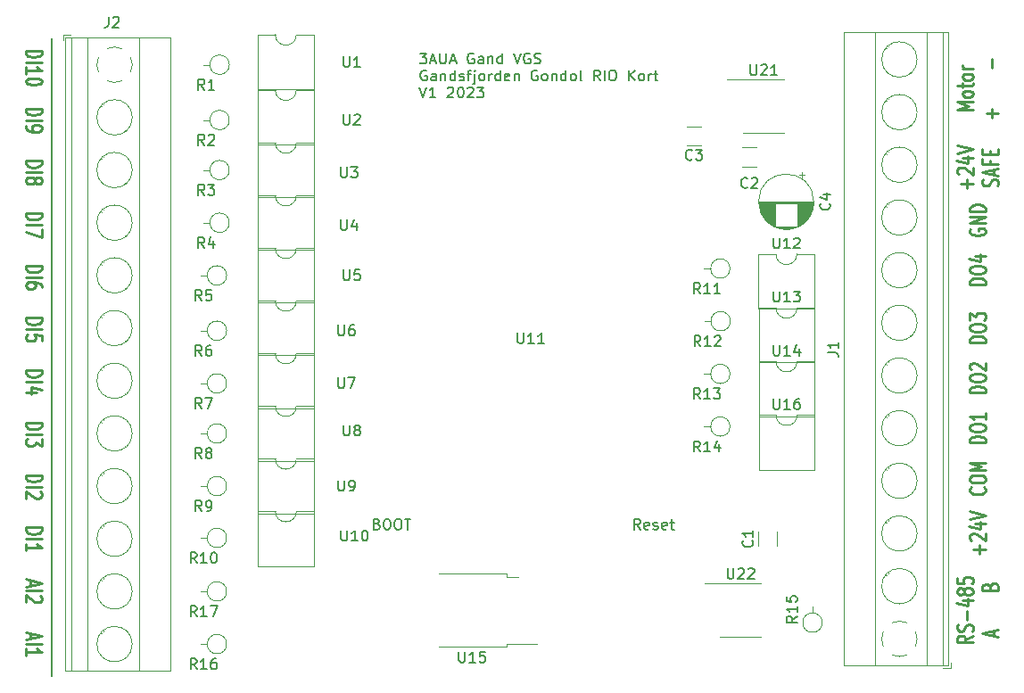
<source format=gbr>
%TF.GenerationSoftware,KiCad,Pcbnew,7.0.6*%
%TF.CreationDate,2023-09-04T23:14:40+02:00*%
%TF.ProjectId,ESP32RIO,45535033-3252-4494-9f2e-6b696361645f,rev?*%
%TF.SameCoordinates,Original*%
%TF.FileFunction,Legend,Top*%
%TF.FilePolarity,Positive*%
%FSLAX46Y46*%
G04 Gerber Fmt 4.6, Leading zero omitted, Abs format (unit mm)*
G04 Created by KiCad (PCBNEW 7.0.6) date 2023-09-04 23:14:40*
%MOMM*%
%LPD*%
G01*
G04 APERTURE LIST*
%ADD10C,0.150000*%
%ADD11C,0.250000*%
%ADD12C,0.120000*%
G04 APERTURE END LIST*
D10*
X103500000Y-55250000D02*
X103500000Y-115750000D01*
D11*
X191609500Y-104188095D02*
X191609500Y-103350000D01*
X192180928Y-103769047D02*
X191038071Y-103769047D01*
X190823785Y-102878571D02*
X190752357Y-102826190D01*
X190752357Y-102826190D02*
X190680928Y-102721428D01*
X190680928Y-102721428D02*
X190680928Y-102459523D01*
X190680928Y-102459523D02*
X190752357Y-102354761D01*
X190752357Y-102354761D02*
X190823785Y-102302380D01*
X190823785Y-102302380D02*
X190966642Y-102249999D01*
X190966642Y-102249999D02*
X191109500Y-102249999D01*
X191109500Y-102249999D02*
X191323785Y-102302380D01*
X191323785Y-102302380D02*
X192180928Y-102930952D01*
X192180928Y-102930952D02*
X192180928Y-102249999D01*
X191180928Y-101307142D02*
X192180928Y-101307142D01*
X190609500Y-101569047D02*
X191680928Y-101830952D01*
X191680928Y-101830952D02*
X191680928Y-101149999D01*
X190680928Y-100888095D02*
X192180928Y-100521428D01*
X192180928Y-100521428D02*
X190680928Y-100154761D01*
X190752357Y-73338094D02*
X190680928Y-73442856D01*
X190680928Y-73442856D02*
X190680928Y-73599999D01*
X190680928Y-73599999D02*
X190752357Y-73757142D01*
X190752357Y-73757142D02*
X190895214Y-73861904D01*
X190895214Y-73861904D02*
X191038071Y-73914285D01*
X191038071Y-73914285D02*
X191323785Y-73966666D01*
X191323785Y-73966666D02*
X191538071Y-73966666D01*
X191538071Y-73966666D02*
X191823785Y-73914285D01*
X191823785Y-73914285D02*
X191966642Y-73861904D01*
X191966642Y-73861904D02*
X192109500Y-73757142D01*
X192109500Y-73757142D02*
X192180928Y-73599999D01*
X192180928Y-73599999D02*
X192180928Y-73495237D01*
X192180928Y-73495237D02*
X192109500Y-73338094D01*
X192109500Y-73338094D02*
X192038071Y-73285713D01*
X192038071Y-73285713D02*
X191538071Y-73285713D01*
X191538071Y-73285713D02*
X191538071Y-73495237D01*
X192180928Y-72814285D02*
X190680928Y-72814285D01*
X190680928Y-72814285D02*
X192180928Y-72185713D01*
X192180928Y-72185713D02*
X190680928Y-72185713D01*
X192180928Y-71661904D02*
X190680928Y-71661904D01*
X190680928Y-71661904D02*
X190680928Y-71399999D01*
X190680928Y-71399999D02*
X190752357Y-71242856D01*
X190752357Y-71242856D02*
X190895214Y-71138094D01*
X190895214Y-71138094D02*
X191038071Y-71085713D01*
X191038071Y-71085713D02*
X191323785Y-71033332D01*
X191323785Y-71033332D02*
X191538071Y-71033332D01*
X191538071Y-71033332D02*
X191823785Y-71085713D01*
X191823785Y-71085713D02*
X191966642Y-71138094D01*
X191966642Y-71138094D02*
X192109500Y-71242856D01*
X192109500Y-71242856D02*
X192180928Y-71399999D01*
X192180928Y-71399999D02*
X192180928Y-71661904D01*
X101069071Y-91731744D02*
X102569071Y-91731744D01*
X102569071Y-91731744D02*
X102569071Y-91993649D01*
X102569071Y-91993649D02*
X102497642Y-92150792D01*
X102497642Y-92150792D02*
X102354785Y-92255554D01*
X102354785Y-92255554D02*
X102211928Y-92307935D01*
X102211928Y-92307935D02*
X101926214Y-92360316D01*
X101926214Y-92360316D02*
X101711928Y-92360316D01*
X101711928Y-92360316D02*
X101426214Y-92307935D01*
X101426214Y-92307935D02*
X101283357Y-92255554D01*
X101283357Y-92255554D02*
X101140500Y-92150792D01*
X101140500Y-92150792D02*
X101069071Y-91993649D01*
X101069071Y-91993649D02*
X101069071Y-91731744D01*
X101069071Y-92831744D02*
X102569071Y-92831744D01*
X102569071Y-93250792D02*
X102569071Y-93931745D01*
X102569071Y-93931745D02*
X101997642Y-93565078D01*
X101997642Y-93565078D02*
X101997642Y-93722221D01*
X101997642Y-93722221D02*
X101926214Y-93826983D01*
X101926214Y-93826983D02*
X101854785Y-93879364D01*
X101854785Y-93879364D02*
X101711928Y-93931745D01*
X101711928Y-93931745D02*
X101354785Y-93931745D01*
X101354785Y-93931745D02*
X101211928Y-93879364D01*
X101211928Y-93879364D02*
X101140500Y-93826983D01*
X101140500Y-93826983D02*
X101069071Y-93722221D01*
X101069071Y-93722221D02*
X101069071Y-93407935D01*
X101069071Y-93407935D02*
X101140500Y-93303173D01*
X101140500Y-93303173D02*
X101211928Y-93250792D01*
X101069071Y-66870634D02*
X102569071Y-66870634D01*
X102569071Y-66870634D02*
X102569071Y-67132539D01*
X102569071Y-67132539D02*
X102497642Y-67289682D01*
X102497642Y-67289682D02*
X102354785Y-67394444D01*
X102354785Y-67394444D02*
X102211928Y-67446825D01*
X102211928Y-67446825D02*
X101926214Y-67499206D01*
X101926214Y-67499206D02*
X101711928Y-67499206D01*
X101711928Y-67499206D02*
X101426214Y-67446825D01*
X101426214Y-67446825D02*
X101283357Y-67394444D01*
X101283357Y-67394444D02*
X101140500Y-67289682D01*
X101140500Y-67289682D02*
X101069071Y-67132539D01*
X101069071Y-67132539D02*
X101069071Y-66870634D01*
X101069071Y-67970634D02*
X102569071Y-67970634D01*
X101926214Y-68651587D02*
X101997642Y-68546825D01*
X101997642Y-68546825D02*
X102069071Y-68494444D01*
X102069071Y-68494444D02*
X102211928Y-68442063D01*
X102211928Y-68442063D02*
X102283357Y-68442063D01*
X102283357Y-68442063D02*
X102426214Y-68494444D01*
X102426214Y-68494444D02*
X102497642Y-68546825D01*
X102497642Y-68546825D02*
X102569071Y-68651587D01*
X102569071Y-68651587D02*
X102569071Y-68861111D01*
X102569071Y-68861111D02*
X102497642Y-68965873D01*
X102497642Y-68965873D02*
X102426214Y-69018254D01*
X102426214Y-69018254D02*
X102283357Y-69070635D01*
X102283357Y-69070635D02*
X102211928Y-69070635D01*
X102211928Y-69070635D02*
X102069071Y-69018254D01*
X102069071Y-69018254D02*
X101997642Y-68965873D01*
X101997642Y-68965873D02*
X101926214Y-68861111D01*
X101926214Y-68861111D02*
X101926214Y-68651587D01*
X101926214Y-68651587D02*
X101854785Y-68546825D01*
X101854785Y-68546825D02*
X101783357Y-68494444D01*
X101783357Y-68494444D02*
X101640500Y-68442063D01*
X101640500Y-68442063D02*
X101354785Y-68442063D01*
X101354785Y-68442063D02*
X101211928Y-68494444D01*
X101211928Y-68494444D02*
X101140500Y-68546825D01*
X101140500Y-68546825D02*
X101069071Y-68651587D01*
X101069071Y-68651587D02*
X101069071Y-68861111D01*
X101069071Y-68861111D02*
X101140500Y-68965873D01*
X101140500Y-68965873D02*
X101211928Y-69018254D01*
X101211928Y-69018254D02*
X101354785Y-69070635D01*
X101354785Y-69070635D02*
X101640500Y-69070635D01*
X101640500Y-69070635D02*
X101783357Y-69018254D01*
X101783357Y-69018254D02*
X101854785Y-68965873D01*
X101854785Y-68965873D02*
X101926214Y-68861111D01*
X192180928Y-78638095D02*
X190680928Y-78638095D01*
X190680928Y-78638095D02*
X190680928Y-78376190D01*
X190680928Y-78376190D02*
X190752357Y-78219047D01*
X190752357Y-78219047D02*
X190895214Y-78114285D01*
X190895214Y-78114285D02*
X191038071Y-78061904D01*
X191038071Y-78061904D02*
X191323785Y-78009523D01*
X191323785Y-78009523D02*
X191538071Y-78009523D01*
X191538071Y-78009523D02*
X191823785Y-78061904D01*
X191823785Y-78061904D02*
X191966642Y-78114285D01*
X191966642Y-78114285D02*
X192109500Y-78219047D01*
X192109500Y-78219047D02*
X192180928Y-78376190D01*
X192180928Y-78376190D02*
X192180928Y-78638095D01*
X190680928Y-77328571D02*
X190680928Y-77119047D01*
X190680928Y-77119047D02*
X190752357Y-77014285D01*
X190752357Y-77014285D02*
X190895214Y-76909523D01*
X190895214Y-76909523D02*
X191180928Y-76857142D01*
X191180928Y-76857142D02*
X191680928Y-76857142D01*
X191680928Y-76857142D02*
X191966642Y-76909523D01*
X191966642Y-76909523D02*
X192109500Y-77014285D01*
X192109500Y-77014285D02*
X192180928Y-77119047D01*
X192180928Y-77119047D02*
X192180928Y-77328571D01*
X192180928Y-77328571D02*
X192109500Y-77433333D01*
X192109500Y-77433333D02*
X191966642Y-77538095D01*
X191966642Y-77538095D02*
X191680928Y-77590476D01*
X191680928Y-77590476D02*
X191180928Y-77590476D01*
X191180928Y-77590476D02*
X190895214Y-77538095D01*
X190895214Y-77538095D02*
X190752357Y-77433333D01*
X190752357Y-77433333D02*
X190680928Y-77328571D01*
X191180928Y-75914285D02*
X192180928Y-75914285D01*
X190609500Y-76176190D02*
X191680928Y-76438095D01*
X191680928Y-76438095D02*
X191680928Y-75757142D01*
X101069071Y-61898412D02*
X102569071Y-61898412D01*
X102569071Y-61898412D02*
X102569071Y-62160317D01*
X102569071Y-62160317D02*
X102497642Y-62317460D01*
X102497642Y-62317460D02*
X102354785Y-62422222D01*
X102354785Y-62422222D02*
X102211928Y-62474603D01*
X102211928Y-62474603D02*
X101926214Y-62526984D01*
X101926214Y-62526984D02*
X101711928Y-62526984D01*
X101711928Y-62526984D02*
X101426214Y-62474603D01*
X101426214Y-62474603D02*
X101283357Y-62422222D01*
X101283357Y-62422222D02*
X101140500Y-62317460D01*
X101140500Y-62317460D02*
X101069071Y-62160317D01*
X101069071Y-62160317D02*
X101069071Y-61898412D01*
X101069071Y-62998412D02*
X102569071Y-62998412D01*
X101069071Y-63574603D02*
X101069071Y-63784127D01*
X101069071Y-63784127D02*
X101140500Y-63888889D01*
X101140500Y-63888889D02*
X101211928Y-63941270D01*
X101211928Y-63941270D02*
X101426214Y-64046032D01*
X101426214Y-64046032D02*
X101711928Y-64098413D01*
X101711928Y-64098413D02*
X102283357Y-64098413D01*
X102283357Y-64098413D02*
X102426214Y-64046032D01*
X102426214Y-64046032D02*
X102497642Y-63993651D01*
X102497642Y-63993651D02*
X102569071Y-63888889D01*
X102569071Y-63888889D02*
X102569071Y-63679365D01*
X102569071Y-63679365D02*
X102497642Y-63574603D01*
X102497642Y-63574603D02*
X102426214Y-63522222D01*
X102426214Y-63522222D02*
X102283357Y-63469841D01*
X102283357Y-63469841D02*
X101926214Y-63469841D01*
X101926214Y-63469841D02*
X101783357Y-63522222D01*
X101783357Y-63522222D02*
X101711928Y-63574603D01*
X101711928Y-63574603D02*
X101640500Y-63679365D01*
X101640500Y-63679365D02*
X101640500Y-63888889D01*
X101640500Y-63888889D02*
X101711928Y-63993651D01*
X101711928Y-63993651D02*
X101783357Y-64046032D01*
X101783357Y-64046032D02*
X101926214Y-64098413D01*
X190973428Y-62016666D02*
X189473428Y-62016666D01*
X189473428Y-62016666D02*
X190544857Y-61649999D01*
X190544857Y-61649999D02*
X189473428Y-61283332D01*
X189473428Y-61283332D02*
X190973428Y-61283332D01*
X190973428Y-60602380D02*
X190902000Y-60707142D01*
X190902000Y-60707142D02*
X190830571Y-60759523D01*
X190830571Y-60759523D02*
X190687714Y-60811904D01*
X190687714Y-60811904D02*
X190259142Y-60811904D01*
X190259142Y-60811904D02*
X190116285Y-60759523D01*
X190116285Y-60759523D02*
X190044857Y-60707142D01*
X190044857Y-60707142D02*
X189973428Y-60602380D01*
X189973428Y-60602380D02*
X189973428Y-60445237D01*
X189973428Y-60445237D02*
X190044857Y-60340475D01*
X190044857Y-60340475D02*
X190116285Y-60288094D01*
X190116285Y-60288094D02*
X190259142Y-60235713D01*
X190259142Y-60235713D02*
X190687714Y-60235713D01*
X190687714Y-60235713D02*
X190830571Y-60288094D01*
X190830571Y-60288094D02*
X190902000Y-60340475D01*
X190902000Y-60340475D02*
X190973428Y-60445237D01*
X190973428Y-60445237D02*
X190973428Y-60602380D01*
X189973428Y-59921428D02*
X189973428Y-59502380D01*
X189473428Y-59764285D02*
X190759142Y-59764285D01*
X190759142Y-59764285D02*
X190902000Y-59711904D01*
X190902000Y-59711904D02*
X190973428Y-59607142D01*
X190973428Y-59607142D02*
X190973428Y-59502380D01*
X190973428Y-58978571D02*
X190902000Y-59083333D01*
X190902000Y-59083333D02*
X190830571Y-59135714D01*
X190830571Y-59135714D02*
X190687714Y-59188095D01*
X190687714Y-59188095D02*
X190259142Y-59188095D01*
X190259142Y-59188095D02*
X190116285Y-59135714D01*
X190116285Y-59135714D02*
X190044857Y-59083333D01*
X190044857Y-59083333D02*
X189973428Y-58978571D01*
X189973428Y-58978571D02*
X189973428Y-58821428D01*
X189973428Y-58821428D02*
X190044857Y-58716666D01*
X190044857Y-58716666D02*
X190116285Y-58664285D01*
X190116285Y-58664285D02*
X190259142Y-58611904D01*
X190259142Y-58611904D02*
X190687714Y-58611904D01*
X190687714Y-58611904D02*
X190830571Y-58664285D01*
X190830571Y-58664285D02*
X190902000Y-58716666D01*
X190902000Y-58716666D02*
X190973428Y-58821428D01*
X190973428Y-58821428D02*
X190973428Y-58978571D01*
X190973428Y-58140476D02*
X189973428Y-58140476D01*
X190259142Y-58140476D02*
X190116285Y-58088095D01*
X190116285Y-58088095D02*
X190044857Y-58035714D01*
X190044857Y-58035714D02*
X189973428Y-57930952D01*
X189973428Y-57930952D02*
X189973428Y-57826190D01*
X192817000Y-62776190D02*
X192817000Y-61938095D01*
X193388428Y-62357142D02*
X192245571Y-62357142D01*
X192817000Y-58061905D02*
X192817000Y-57223810D01*
X101497642Y-111702380D02*
X101497642Y-112226190D01*
X101069071Y-111597618D02*
X102569071Y-111964285D01*
X102569071Y-111964285D02*
X101069071Y-112330952D01*
X101069071Y-112697618D02*
X102569071Y-112697618D01*
X101069071Y-113797619D02*
X101069071Y-113169047D01*
X101069071Y-113483333D02*
X102569071Y-113483333D01*
X102569071Y-113483333D02*
X102354785Y-113378571D01*
X102354785Y-113378571D02*
X102211928Y-113273809D01*
X102211928Y-113273809D02*
X102140500Y-113169047D01*
X101497642Y-106702380D02*
X101497642Y-107226190D01*
X101069071Y-106597618D02*
X102569071Y-106964285D01*
X102569071Y-106964285D02*
X101069071Y-107330952D01*
X101069071Y-107697618D02*
X102569071Y-107697618D01*
X102426214Y-108169047D02*
X102497642Y-108221428D01*
X102497642Y-108221428D02*
X102569071Y-108326190D01*
X102569071Y-108326190D02*
X102569071Y-108588095D01*
X102569071Y-108588095D02*
X102497642Y-108692857D01*
X102497642Y-108692857D02*
X102426214Y-108745238D01*
X102426214Y-108745238D02*
X102283357Y-108797619D01*
X102283357Y-108797619D02*
X102140500Y-108797619D01*
X102140500Y-108797619D02*
X101926214Y-108745238D01*
X101926214Y-108745238D02*
X101069071Y-108116666D01*
X101069071Y-108116666D02*
X101069071Y-108797619D01*
X192180928Y-93638095D02*
X190680928Y-93638095D01*
X190680928Y-93638095D02*
X190680928Y-93376190D01*
X190680928Y-93376190D02*
X190752357Y-93219047D01*
X190752357Y-93219047D02*
X190895214Y-93114285D01*
X190895214Y-93114285D02*
X191038071Y-93061904D01*
X191038071Y-93061904D02*
X191323785Y-93009523D01*
X191323785Y-93009523D02*
X191538071Y-93009523D01*
X191538071Y-93009523D02*
X191823785Y-93061904D01*
X191823785Y-93061904D02*
X191966642Y-93114285D01*
X191966642Y-93114285D02*
X192109500Y-93219047D01*
X192109500Y-93219047D02*
X192180928Y-93376190D01*
X192180928Y-93376190D02*
X192180928Y-93638095D01*
X190680928Y-92328571D02*
X190680928Y-92119047D01*
X190680928Y-92119047D02*
X190752357Y-92014285D01*
X190752357Y-92014285D02*
X190895214Y-91909523D01*
X190895214Y-91909523D02*
X191180928Y-91857142D01*
X191180928Y-91857142D02*
X191680928Y-91857142D01*
X191680928Y-91857142D02*
X191966642Y-91909523D01*
X191966642Y-91909523D02*
X192109500Y-92014285D01*
X192109500Y-92014285D02*
X192180928Y-92119047D01*
X192180928Y-92119047D02*
X192180928Y-92328571D01*
X192180928Y-92328571D02*
X192109500Y-92433333D01*
X192109500Y-92433333D02*
X191966642Y-92538095D01*
X191966642Y-92538095D02*
X191680928Y-92590476D01*
X191680928Y-92590476D02*
X191180928Y-92590476D01*
X191180928Y-92590476D02*
X190895214Y-92538095D01*
X190895214Y-92538095D02*
X190752357Y-92433333D01*
X190752357Y-92433333D02*
X190680928Y-92328571D01*
X192180928Y-90809523D02*
X192180928Y-91438095D01*
X192180928Y-91123809D02*
X190680928Y-91123809D01*
X190680928Y-91123809D02*
X190895214Y-91228571D01*
X190895214Y-91228571D02*
X191038071Y-91333333D01*
X191038071Y-91333333D02*
X191109500Y-91438095D01*
X101069071Y-101676190D02*
X102569071Y-101676190D01*
X102569071Y-101676190D02*
X102569071Y-101938095D01*
X102569071Y-101938095D02*
X102497642Y-102095238D01*
X102497642Y-102095238D02*
X102354785Y-102200000D01*
X102354785Y-102200000D02*
X102211928Y-102252381D01*
X102211928Y-102252381D02*
X101926214Y-102304762D01*
X101926214Y-102304762D02*
X101711928Y-102304762D01*
X101711928Y-102304762D02*
X101426214Y-102252381D01*
X101426214Y-102252381D02*
X101283357Y-102200000D01*
X101283357Y-102200000D02*
X101140500Y-102095238D01*
X101140500Y-102095238D02*
X101069071Y-101938095D01*
X101069071Y-101938095D02*
X101069071Y-101676190D01*
X101069071Y-102776190D02*
X102569071Y-102776190D01*
X101069071Y-103876191D02*
X101069071Y-103247619D01*
X101069071Y-103561905D02*
X102569071Y-103561905D01*
X102569071Y-103561905D02*
X102354785Y-103457143D01*
X102354785Y-103457143D02*
X102211928Y-103352381D01*
X102211928Y-103352381D02*
X102140500Y-103247619D01*
D10*
X138491541Y-56649819D02*
X139110588Y-56649819D01*
X139110588Y-56649819D02*
X138777255Y-57030771D01*
X138777255Y-57030771D02*
X138920112Y-57030771D01*
X138920112Y-57030771D02*
X139015350Y-57078390D01*
X139015350Y-57078390D02*
X139062969Y-57126009D01*
X139062969Y-57126009D02*
X139110588Y-57221247D01*
X139110588Y-57221247D02*
X139110588Y-57459342D01*
X139110588Y-57459342D02*
X139062969Y-57554580D01*
X139062969Y-57554580D02*
X139015350Y-57602200D01*
X139015350Y-57602200D02*
X138920112Y-57649819D01*
X138920112Y-57649819D02*
X138634398Y-57649819D01*
X138634398Y-57649819D02*
X138539160Y-57602200D01*
X138539160Y-57602200D02*
X138491541Y-57554580D01*
X139491541Y-57364104D02*
X139967731Y-57364104D01*
X139396303Y-57649819D02*
X139729636Y-56649819D01*
X139729636Y-56649819D02*
X140062969Y-57649819D01*
X140396303Y-56649819D02*
X140396303Y-57459342D01*
X140396303Y-57459342D02*
X140443922Y-57554580D01*
X140443922Y-57554580D02*
X140491541Y-57602200D01*
X140491541Y-57602200D02*
X140586779Y-57649819D01*
X140586779Y-57649819D02*
X140777255Y-57649819D01*
X140777255Y-57649819D02*
X140872493Y-57602200D01*
X140872493Y-57602200D02*
X140920112Y-57554580D01*
X140920112Y-57554580D02*
X140967731Y-57459342D01*
X140967731Y-57459342D02*
X140967731Y-56649819D01*
X141396303Y-57364104D02*
X141872493Y-57364104D01*
X141301065Y-57649819D02*
X141634398Y-56649819D01*
X141634398Y-56649819D02*
X141967731Y-57649819D01*
X143586779Y-56697438D02*
X143491541Y-56649819D01*
X143491541Y-56649819D02*
X143348684Y-56649819D01*
X143348684Y-56649819D02*
X143205827Y-56697438D01*
X143205827Y-56697438D02*
X143110589Y-56792676D01*
X143110589Y-56792676D02*
X143062970Y-56887914D01*
X143062970Y-56887914D02*
X143015351Y-57078390D01*
X143015351Y-57078390D02*
X143015351Y-57221247D01*
X143015351Y-57221247D02*
X143062970Y-57411723D01*
X143062970Y-57411723D02*
X143110589Y-57506961D01*
X143110589Y-57506961D02*
X143205827Y-57602200D01*
X143205827Y-57602200D02*
X143348684Y-57649819D01*
X143348684Y-57649819D02*
X143443922Y-57649819D01*
X143443922Y-57649819D02*
X143586779Y-57602200D01*
X143586779Y-57602200D02*
X143634398Y-57554580D01*
X143634398Y-57554580D02*
X143634398Y-57221247D01*
X143634398Y-57221247D02*
X143443922Y-57221247D01*
X144491541Y-57649819D02*
X144491541Y-57126009D01*
X144491541Y-57126009D02*
X144443922Y-57030771D01*
X144443922Y-57030771D02*
X144348684Y-56983152D01*
X144348684Y-56983152D02*
X144158208Y-56983152D01*
X144158208Y-56983152D02*
X144062970Y-57030771D01*
X144491541Y-57602200D02*
X144396303Y-57649819D01*
X144396303Y-57649819D02*
X144158208Y-57649819D01*
X144158208Y-57649819D02*
X144062970Y-57602200D01*
X144062970Y-57602200D02*
X144015351Y-57506961D01*
X144015351Y-57506961D02*
X144015351Y-57411723D01*
X144015351Y-57411723D02*
X144062970Y-57316485D01*
X144062970Y-57316485D02*
X144158208Y-57268866D01*
X144158208Y-57268866D02*
X144396303Y-57268866D01*
X144396303Y-57268866D02*
X144491541Y-57221247D01*
X144967732Y-56983152D02*
X144967732Y-57649819D01*
X144967732Y-57078390D02*
X145015351Y-57030771D01*
X145015351Y-57030771D02*
X145110589Y-56983152D01*
X145110589Y-56983152D02*
X145253446Y-56983152D01*
X145253446Y-56983152D02*
X145348684Y-57030771D01*
X145348684Y-57030771D02*
X145396303Y-57126009D01*
X145396303Y-57126009D02*
X145396303Y-57649819D01*
X146301065Y-57649819D02*
X146301065Y-56649819D01*
X146301065Y-57602200D02*
X146205827Y-57649819D01*
X146205827Y-57649819D02*
X146015351Y-57649819D01*
X146015351Y-57649819D02*
X145920113Y-57602200D01*
X145920113Y-57602200D02*
X145872494Y-57554580D01*
X145872494Y-57554580D02*
X145824875Y-57459342D01*
X145824875Y-57459342D02*
X145824875Y-57173628D01*
X145824875Y-57173628D02*
X145872494Y-57078390D01*
X145872494Y-57078390D02*
X145920113Y-57030771D01*
X145920113Y-57030771D02*
X146015351Y-56983152D01*
X146015351Y-56983152D02*
X146205827Y-56983152D01*
X146205827Y-56983152D02*
X146301065Y-57030771D01*
X147396304Y-56649819D02*
X147729637Y-57649819D01*
X147729637Y-57649819D02*
X148062970Y-56649819D01*
X148920113Y-56697438D02*
X148824875Y-56649819D01*
X148824875Y-56649819D02*
X148682018Y-56649819D01*
X148682018Y-56649819D02*
X148539161Y-56697438D01*
X148539161Y-56697438D02*
X148443923Y-56792676D01*
X148443923Y-56792676D02*
X148396304Y-56887914D01*
X148396304Y-56887914D02*
X148348685Y-57078390D01*
X148348685Y-57078390D02*
X148348685Y-57221247D01*
X148348685Y-57221247D02*
X148396304Y-57411723D01*
X148396304Y-57411723D02*
X148443923Y-57506961D01*
X148443923Y-57506961D02*
X148539161Y-57602200D01*
X148539161Y-57602200D02*
X148682018Y-57649819D01*
X148682018Y-57649819D02*
X148777256Y-57649819D01*
X148777256Y-57649819D02*
X148920113Y-57602200D01*
X148920113Y-57602200D02*
X148967732Y-57554580D01*
X148967732Y-57554580D02*
X148967732Y-57221247D01*
X148967732Y-57221247D02*
X148777256Y-57221247D01*
X149348685Y-57602200D02*
X149491542Y-57649819D01*
X149491542Y-57649819D02*
X149729637Y-57649819D01*
X149729637Y-57649819D02*
X149824875Y-57602200D01*
X149824875Y-57602200D02*
X149872494Y-57554580D01*
X149872494Y-57554580D02*
X149920113Y-57459342D01*
X149920113Y-57459342D02*
X149920113Y-57364104D01*
X149920113Y-57364104D02*
X149872494Y-57268866D01*
X149872494Y-57268866D02*
X149824875Y-57221247D01*
X149824875Y-57221247D02*
X149729637Y-57173628D01*
X149729637Y-57173628D02*
X149539161Y-57126009D01*
X149539161Y-57126009D02*
X149443923Y-57078390D01*
X149443923Y-57078390D02*
X149396304Y-57030771D01*
X149396304Y-57030771D02*
X149348685Y-56935533D01*
X149348685Y-56935533D02*
X149348685Y-56840295D01*
X149348685Y-56840295D02*
X149396304Y-56745057D01*
X149396304Y-56745057D02*
X149443923Y-56697438D01*
X149443923Y-56697438D02*
X149539161Y-56649819D01*
X149539161Y-56649819D02*
X149777256Y-56649819D01*
X149777256Y-56649819D02*
X149920113Y-56697438D01*
X139110588Y-58307438D02*
X139015350Y-58259819D01*
X139015350Y-58259819D02*
X138872493Y-58259819D01*
X138872493Y-58259819D02*
X138729636Y-58307438D01*
X138729636Y-58307438D02*
X138634398Y-58402676D01*
X138634398Y-58402676D02*
X138586779Y-58497914D01*
X138586779Y-58497914D02*
X138539160Y-58688390D01*
X138539160Y-58688390D02*
X138539160Y-58831247D01*
X138539160Y-58831247D02*
X138586779Y-59021723D01*
X138586779Y-59021723D02*
X138634398Y-59116961D01*
X138634398Y-59116961D02*
X138729636Y-59212200D01*
X138729636Y-59212200D02*
X138872493Y-59259819D01*
X138872493Y-59259819D02*
X138967731Y-59259819D01*
X138967731Y-59259819D02*
X139110588Y-59212200D01*
X139110588Y-59212200D02*
X139158207Y-59164580D01*
X139158207Y-59164580D02*
X139158207Y-58831247D01*
X139158207Y-58831247D02*
X138967731Y-58831247D01*
X140015350Y-59259819D02*
X140015350Y-58736009D01*
X140015350Y-58736009D02*
X139967731Y-58640771D01*
X139967731Y-58640771D02*
X139872493Y-58593152D01*
X139872493Y-58593152D02*
X139682017Y-58593152D01*
X139682017Y-58593152D02*
X139586779Y-58640771D01*
X140015350Y-59212200D02*
X139920112Y-59259819D01*
X139920112Y-59259819D02*
X139682017Y-59259819D01*
X139682017Y-59259819D02*
X139586779Y-59212200D01*
X139586779Y-59212200D02*
X139539160Y-59116961D01*
X139539160Y-59116961D02*
X139539160Y-59021723D01*
X139539160Y-59021723D02*
X139586779Y-58926485D01*
X139586779Y-58926485D02*
X139682017Y-58878866D01*
X139682017Y-58878866D02*
X139920112Y-58878866D01*
X139920112Y-58878866D02*
X140015350Y-58831247D01*
X140491541Y-58593152D02*
X140491541Y-59259819D01*
X140491541Y-58688390D02*
X140539160Y-58640771D01*
X140539160Y-58640771D02*
X140634398Y-58593152D01*
X140634398Y-58593152D02*
X140777255Y-58593152D01*
X140777255Y-58593152D02*
X140872493Y-58640771D01*
X140872493Y-58640771D02*
X140920112Y-58736009D01*
X140920112Y-58736009D02*
X140920112Y-59259819D01*
X141824874Y-59259819D02*
X141824874Y-58259819D01*
X141824874Y-59212200D02*
X141729636Y-59259819D01*
X141729636Y-59259819D02*
X141539160Y-59259819D01*
X141539160Y-59259819D02*
X141443922Y-59212200D01*
X141443922Y-59212200D02*
X141396303Y-59164580D01*
X141396303Y-59164580D02*
X141348684Y-59069342D01*
X141348684Y-59069342D02*
X141348684Y-58783628D01*
X141348684Y-58783628D02*
X141396303Y-58688390D01*
X141396303Y-58688390D02*
X141443922Y-58640771D01*
X141443922Y-58640771D02*
X141539160Y-58593152D01*
X141539160Y-58593152D02*
X141729636Y-58593152D01*
X141729636Y-58593152D02*
X141824874Y-58640771D01*
X142253446Y-59212200D02*
X142348684Y-59259819D01*
X142348684Y-59259819D02*
X142539160Y-59259819D01*
X142539160Y-59259819D02*
X142634398Y-59212200D01*
X142634398Y-59212200D02*
X142682017Y-59116961D01*
X142682017Y-59116961D02*
X142682017Y-59069342D01*
X142682017Y-59069342D02*
X142634398Y-58974104D01*
X142634398Y-58974104D02*
X142539160Y-58926485D01*
X142539160Y-58926485D02*
X142396303Y-58926485D01*
X142396303Y-58926485D02*
X142301065Y-58878866D01*
X142301065Y-58878866D02*
X142253446Y-58783628D01*
X142253446Y-58783628D02*
X142253446Y-58736009D01*
X142253446Y-58736009D02*
X142301065Y-58640771D01*
X142301065Y-58640771D02*
X142396303Y-58593152D01*
X142396303Y-58593152D02*
X142539160Y-58593152D01*
X142539160Y-58593152D02*
X142634398Y-58640771D01*
X142967732Y-58593152D02*
X143348684Y-58593152D01*
X143110589Y-59259819D02*
X143110589Y-58402676D01*
X143110589Y-58402676D02*
X143158208Y-58307438D01*
X143158208Y-58307438D02*
X143253446Y-58259819D01*
X143253446Y-58259819D02*
X143348684Y-58259819D01*
X143682018Y-58593152D02*
X143682018Y-59450295D01*
X143682018Y-59450295D02*
X143634399Y-59545533D01*
X143634399Y-59545533D02*
X143539161Y-59593152D01*
X143539161Y-59593152D02*
X143491542Y-59593152D01*
X143682018Y-58259819D02*
X143634399Y-58307438D01*
X143634399Y-58307438D02*
X143682018Y-58355057D01*
X143682018Y-58355057D02*
X143729637Y-58307438D01*
X143729637Y-58307438D02*
X143682018Y-58259819D01*
X143682018Y-58259819D02*
X143682018Y-58355057D01*
X144301065Y-59259819D02*
X144205827Y-59212200D01*
X144205827Y-59212200D02*
X144158208Y-59164580D01*
X144158208Y-59164580D02*
X144110589Y-59069342D01*
X144110589Y-59069342D02*
X144110589Y-58783628D01*
X144110589Y-58783628D02*
X144158208Y-58688390D01*
X144158208Y-58688390D02*
X144205827Y-58640771D01*
X144205827Y-58640771D02*
X144301065Y-58593152D01*
X144301065Y-58593152D02*
X144443922Y-58593152D01*
X144443922Y-58593152D02*
X144539160Y-58640771D01*
X144539160Y-58640771D02*
X144586779Y-58688390D01*
X144586779Y-58688390D02*
X144634398Y-58783628D01*
X144634398Y-58783628D02*
X144634398Y-59069342D01*
X144634398Y-59069342D02*
X144586779Y-59164580D01*
X144586779Y-59164580D02*
X144539160Y-59212200D01*
X144539160Y-59212200D02*
X144443922Y-59259819D01*
X144443922Y-59259819D02*
X144301065Y-59259819D01*
X145062970Y-59259819D02*
X145062970Y-58593152D01*
X145062970Y-58783628D02*
X145110589Y-58688390D01*
X145110589Y-58688390D02*
X145158208Y-58640771D01*
X145158208Y-58640771D02*
X145253446Y-58593152D01*
X145253446Y-58593152D02*
X145348684Y-58593152D01*
X146110589Y-59259819D02*
X146110589Y-58259819D01*
X146110589Y-59212200D02*
X146015351Y-59259819D01*
X146015351Y-59259819D02*
X145824875Y-59259819D01*
X145824875Y-59259819D02*
X145729637Y-59212200D01*
X145729637Y-59212200D02*
X145682018Y-59164580D01*
X145682018Y-59164580D02*
X145634399Y-59069342D01*
X145634399Y-59069342D02*
X145634399Y-58783628D01*
X145634399Y-58783628D02*
X145682018Y-58688390D01*
X145682018Y-58688390D02*
X145729637Y-58640771D01*
X145729637Y-58640771D02*
X145824875Y-58593152D01*
X145824875Y-58593152D02*
X146015351Y-58593152D01*
X146015351Y-58593152D02*
X146110589Y-58640771D01*
X146967732Y-59212200D02*
X146872494Y-59259819D01*
X146872494Y-59259819D02*
X146682018Y-59259819D01*
X146682018Y-59259819D02*
X146586780Y-59212200D01*
X146586780Y-59212200D02*
X146539161Y-59116961D01*
X146539161Y-59116961D02*
X146539161Y-58736009D01*
X146539161Y-58736009D02*
X146586780Y-58640771D01*
X146586780Y-58640771D02*
X146682018Y-58593152D01*
X146682018Y-58593152D02*
X146872494Y-58593152D01*
X146872494Y-58593152D02*
X146967732Y-58640771D01*
X146967732Y-58640771D02*
X147015351Y-58736009D01*
X147015351Y-58736009D02*
X147015351Y-58831247D01*
X147015351Y-58831247D02*
X146539161Y-58926485D01*
X147443923Y-58593152D02*
X147443923Y-59259819D01*
X147443923Y-58688390D02*
X147491542Y-58640771D01*
X147491542Y-58640771D02*
X147586780Y-58593152D01*
X147586780Y-58593152D02*
X147729637Y-58593152D01*
X147729637Y-58593152D02*
X147824875Y-58640771D01*
X147824875Y-58640771D02*
X147872494Y-58736009D01*
X147872494Y-58736009D02*
X147872494Y-59259819D01*
X149634399Y-58307438D02*
X149539161Y-58259819D01*
X149539161Y-58259819D02*
X149396304Y-58259819D01*
X149396304Y-58259819D02*
X149253447Y-58307438D01*
X149253447Y-58307438D02*
X149158209Y-58402676D01*
X149158209Y-58402676D02*
X149110590Y-58497914D01*
X149110590Y-58497914D02*
X149062971Y-58688390D01*
X149062971Y-58688390D02*
X149062971Y-58831247D01*
X149062971Y-58831247D02*
X149110590Y-59021723D01*
X149110590Y-59021723D02*
X149158209Y-59116961D01*
X149158209Y-59116961D02*
X149253447Y-59212200D01*
X149253447Y-59212200D02*
X149396304Y-59259819D01*
X149396304Y-59259819D02*
X149491542Y-59259819D01*
X149491542Y-59259819D02*
X149634399Y-59212200D01*
X149634399Y-59212200D02*
X149682018Y-59164580D01*
X149682018Y-59164580D02*
X149682018Y-58831247D01*
X149682018Y-58831247D02*
X149491542Y-58831247D01*
X150253447Y-59259819D02*
X150158209Y-59212200D01*
X150158209Y-59212200D02*
X150110590Y-59164580D01*
X150110590Y-59164580D02*
X150062971Y-59069342D01*
X150062971Y-59069342D02*
X150062971Y-58783628D01*
X150062971Y-58783628D02*
X150110590Y-58688390D01*
X150110590Y-58688390D02*
X150158209Y-58640771D01*
X150158209Y-58640771D02*
X150253447Y-58593152D01*
X150253447Y-58593152D02*
X150396304Y-58593152D01*
X150396304Y-58593152D02*
X150491542Y-58640771D01*
X150491542Y-58640771D02*
X150539161Y-58688390D01*
X150539161Y-58688390D02*
X150586780Y-58783628D01*
X150586780Y-58783628D02*
X150586780Y-59069342D01*
X150586780Y-59069342D02*
X150539161Y-59164580D01*
X150539161Y-59164580D02*
X150491542Y-59212200D01*
X150491542Y-59212200D02*
X150396304Y-59259819D01*
X150396304Y-59259819D02*
X150253447Y-59259819D01*
X151015352Y-58593152D02*
X151015352Y-59259819D01*
X151015352Y-58688390D02*
X151062971Y-58640771D01*
X151062971Y-58640771D02*
X151158209Y-58593152D01*
X151158209Y-58593152D02*
X151301066Y-58593152D01*
X151301066Y-58593152D02*
X151396304Y-58640771D01*
X151396304Y-58640771D02*
X151443923Y-58736009D01*
X151443923Y-58736009D02*
X151443923Y-59259819D01*
X152348685Y-59259819D02*
X152348685Y-58259819D01*
X152348685Y-59212200D02*
X152253447Y-59259819D01*
X152253447Y-59259819D02*
X152062971Y-59259819D01*
X152062971Y-59259819D02*
X151967733Y-59212200D01*
X151967733Y-59212200D02*
X151920114Y-59164580D01*
X151920114Y-59164580D02*
X151872495Y-59069342D01*
X151872495Y-59069342D02*
X151872495Y-58783628D01*
X151872495Y-58783628D02*
X151920114Y-58688390D01*
X151920114Y-58688390D02*
X151967733Y-58640771D01*
X151967733Y-58640771D02*
X152062971Y-58593152D01*
X152062971Y-58593152D02*
X152253447Y-58593152D01*
X152253447Y-58593152D02*
X152348685Y-58640771D01*
X152967733Y-59259819D02*
X152872495Y-59212200D01*
X152872495Y-59212200D02*
X152824876Y-59164580D01*
X152824876Y-59164580D02*
X152777257Y-59069342D01*
X152777257Y-59069342D02*
X152777257Y-58783628D01*
X152777257Y-58783628D02*
X152824876Y-58688390D01*
X152824876Y-58688390D02*
X152872495Y-58640771D01*
X152872495Y-58640771D02*
X152967733Y-58593152D01*
X152967733Y-58593152D02*
X153110590Y-58593152D01*
X153110590Y-58593152D02*
X153205828Y-58640771D01*
X153205828Y-58640771D02*
X153253447Y-58688390D01*
X153253447Y-58688390D02*
X153301066Y-58783628D01*
X153301066Y-58783628D02*
X153301066Y-59069342D01*
X153301066Y-59069342D02*
X153253447Y-59164580D01*
X153253447Y-59164580D02*
X153205828Y-59212200D01*
X153205828Y-59212200D02*
X153110590Y-59259819D01*
X153110590Y-59259819D02*
X152967733Y-59259819D01*
X153872495Y-59259819D02*
X153777257Y-59212200D01*
X153777257Y-59212200D02*
X153729638Y-59116961D01*
X153729638Y-59116961D02*
X153729638Y-58259819D01*
X155586781Y-59259819D02*
X155253448Y-58783628D01*
X155015353Y-59259819D02*
X155015353Y-58259819D01*
X155015353Y-58259819D02*
X155396305Y-58259819D01*
X155396305Y-58259819D02*
X155491543Y-58307438D01*
X155491543Y-58307438D02*
X155539162Y-58355057D01*
X155539162Y-58355057D02*
X155586781Y-58450295D01*
X155586781Y-58450295D02*
X155586781Y-58593152D01*
X155586781Y-58593152D02*
X155539162Y-58688390D01*
X155539162Y-58688390D02*
X155491543Y-58736009D01*
X155491543Y-58736009D02*
X155396305Y-58783628D01*
X155396305Y-58783628D02*
X155015353Y-58783628D01*
X156015353Y-59259819D02*
X156015353Y-58259819D01*
X156682019Y-58259819D02*
X156872495Y-58259819D01*
X156872495Y-58259819D02*
X156967733Y-58307438D01*
X156967733Y-58307438D02*
X157062971Y-58402676D01*
X157062971Y-58402676D02*
X157110590Y-58593152D01*
X157110590Y-58593152D02*
X157110590Y-58926485D01*
X157110590Y-58926485D02*
X157062971Y-59116961D01*
X157062971Y-59116961D02*
X156967733Y-59212200D01*
X156967733Y-59212200D02*
X156872495Y-59259819D01*
X156872495Y-59259819D02*
X156682019Y-59259819D01*
X156682019Y-59259819D02*
X156586781Y-59212200D01*
X156586781Y-59212200D02*
X156491543Y-59116961D01*
X156491543Y-59116961D02*
X156443924Y-58926485D01*
X156443924Y-58926485D02*
X156443924Y-58593152D01*
X156443924Y-58593152D02*
X156491543Y-58402676D01*
X156491543Y-58402676D02*
X156586781Y-58307438D01*
X156586781Y-58307438D02*
X156682019Y-58259819D01*
X158301067Y-59259819D02*
X158301067Y-58259819D01*
X158872495Y-59259819D02*
X158443924Y-58688390D01*
X158872495Y-58259819D02*
X158301067Y-58831247D01*
X159443924Y-59259819D02*
X159348686Y-59212200D01*
X159348686Y-59212200D02*
X159301067Y-59164580D01*
X159301067Y-59164580D02*
X159253448Y-59069342D01*
X159253448Y-59069342D02*
X159253448Y-58783628D01*
X159253448Y-58783628D02*
X159301067Y-58688390D01*
X159301067Y-58688390D02*
X159348686Y-58640771D01*
X159348686Y-58640771D02*
X159443924Y-58593152D01*
X159443924Y-58593152D02*
X159586781Y-58593152D01*
X159586781Y-58593152D02*
X159682019Y-58640771D01*
X159682019Y-58640771D02*
X159729638Y-58688390D01*
X159729638Y-58688390D02*
X159777257Y-58783628D01*
X159777257Y-58783628D02*
X159777257Y-59069342D01*
X159777257Y-59069342D02*
X159729638Y-59164580D01*
X159729638Y-59164580D02*
X159682019Y-59212200D01*
X159682019Y-59212200D02*
X159586781Y-59259819D01*
X159586781Y-59259819D02*
X159443924Y-59259819D01*
X160205829Y-59259819D02*
X160205829Y-58593152D01*
X160205829Y-58783628D02*
X160253448Y-58688390D01*
X160253448Y-58688390D02*
X160301067Y-58640771D01*
X160301067Y-58640771D02*
X160396305Y-58593152D01*
X160396305Y-58593152D02*
X160491543Y-58593152D01*
X160682020Y-58593152D02*
X161062972Y-58593152D01*
X160824877Y-58259819D02*
X160824877Y-59116961D01*
X160824877Y-59116961D02*
X160872496Y-59212200D01*
X160872496Y-59212200D02*
X160967734Y-59259819D01*
X160967734Y-59259819D02*
X161062972Y-59259819D01*
X138443922Y-59869819D02*
X138777255Y-60869819D01*
X138777255Y-60869819D02*
X139110588Y-59869819D01*
X139967731Y-60869819D02*
X139396303Y-60869819D01*
X139682017Y-60869819D02*
X139682017Y-59869819D01*
X139682017Y-59869819D02*
X139586779Y-60012676D01*
X139586779Y-60012676D02*
X139491541Y-60107914D01*
X139491541Y-60107914D02*
X139396303Y-60155533D01*
X141110589Y-59965057D02*
X141158208Y-59917438D01*
X141158208Y-59917438D02*
X141253446Y-59869819D01*
X141253446Y-59869819D02*
X141491541Y-59869819D01*
X141491541Y-59869819D02*
X141586779Y-59917438D01*
X141586779Y-59917438D02*
X141634398Y-59965057D01*
X141634398Y-59965057D02*
X141682017Y-60060295D01*
X141682017Y-60060295D02*
X141682017Y-60155533D01*
X141682017Y-60155533D02*
X141634398Y-60298390D01*
X141634398Y-60298390D02*
X141062970Y-60869819D01*
X141062970Y-60869819D02*
X141682017Y-60869819D01*
X142301065Y-59869819D02*
X142396303Y-59869819D01*
X142396303Y-59869819D02*
X142491541Y-59917438D01*
X142491541Y-59917438D02*
X142539160Y-59965057D01*
X142539160Y-59965057D02*
X142586779Y-60060295D01*
X142586779Y-60060295D02*
X142634398Y-60250771D01*
X142634398Y-60250771D02*
X142634398Y-60488866D01*
X142634398Y-60488866D02*
X142586779Y-60679342D01*
X142586779Y-60679342D02*
X142539160Y-60774580D01*
X142539160Y-60774580D02*
X142491541Y-60822200D01*
X142491541Y-60822200D02*
X142396303Y-60869819D01*
X142396303Y-60869819D02*
X142301065Y-60869819D01*
X142301065Y-60869819D02*
X142205827Y-60822200D01*
X142205827Y-60822200D02*
X142158208Y-60774580D01*
X142158208Y-60774580D02*
X142110589Y-60679342D01*
X142110589Y-60679342D02*
X142062970Y-60488866D01*
X142062970Y-60488866D02*
X142062970Y-60250771D01*
X142062970Y-60250771D02*
X142110589Y-60060295D01*
X142110589Y-60060295D02*
X142158208Y-59965057D01*
X142158208Y-59965057D02*
X142205827Y-59917438D01*
X142205827Y-59917438D02*
X142301065Y-59869819D01*
X143015351Y-59965057D02*
X143062970Y-59917438D01*
X143062970Y-59917438D02*
X143158208Y-59869819D01*
X143158208Y-59869819D02*
X143396303Y-59869819D01*
X143396303Y-59869819D02*
X143491541Y-59917438D01*
X143491541Y-59917438D02*
X143539160Y-59965057D01*
X143539160Y-59965057D02*
X143586779Y-60060295D01*
X143586779Y-60060295D02*
X143586779Y-60155533D01*
X143586779Y-60155533D02*
X143539160Y-60298390D01*
X143539160Y-60298390D02*
X142967732Y-60869819D01*
X142967732Y-60869819D02*
X143586779Y-60869819D01*
X143920113Y-59869819D02*
X144539160Y-59869819D01*
X144539160Y-59869819D02*
X144205827Y-60250771D01*
X144205827Y-60250771D02*
X144348684Y-60250771D01*
X144348684Y-60250771D02*
X144443922Y-60298390D01*
X144443922Y-60298390D02*
X144491541Y-60346009D01*
X144491541Y-60346009D02*
X144539160Y-60441247D01*
X144539160Y-60441247D02*
X144539160Y-60679342D01*
X144539160Y-60679342D02*
X144491541Y-60774580D01*
X144491541Y-60774580D02*
X144443922Y-60822200D01*
X144443922Y-60822200D02*
X144348684Y-60869819D01*
X144348684Y-60869819D02*
X144062970Y-60869819D01*
X144062970Y-60869819D02*
X143967732Y-60822200D01*
X143967732Y-60822200D02*
X143920113Y-60774580D01*
X134420112Y-101346009D02*
X134562969Y-101393628D01*
X134562969Y-101393628D02*
X134610588Y-101441247D01*
X134610588Y-101441247D02*
X134658207Y-101536485D01*
X134658207Y-101536485D02*
X134658207Y-101679342D01*
X134658207Y-101679342D02*
X134610588Y-101774580D01*
X134610588Y-101774580D02*
X134562969Y-101822200D01*
X134562969Y-101822200D02*
X134467731Y-101869819D01*
X134467731Y-101869819D02*
X134086779Y-101869819D01*
X134086779Y-101869819D02*
X134086779Y-100869819D01*
X134086779Y-100869819D02*
X134420112Y-100869819D01*
X134420112Y-100869819D02*
X134515350Y-100917438D01*
X134515350Y-100917438D02*
X134562969Y-100965057D01*
X134562969Y-100965057D02*
X134610588Y-101060295D01*
X134610588Y-101060295D02*
X134610588Y-101155533D01*
X134610588Y-101155533D02*
X134562969Y-101250771D01*
X134562969Y-101250771D02*
X134515350Y-101298390D01*
X134515350Y-101298390D02*
X134420112Y-101346009D01*
X134420112Y-101346009D02*
X134086779Y-101346009D01*
X135277255Y-100869819D02*
X135467731Y-100869819D01*
X135467731Y-100869819D02*
X135562969Y-100917438D01*
X135562969Y-100917438D02*
X135658207Y-101012676D01*
X135658207Y-101012676D02*
X135705826Y-101203152D01*
X135705826Y-101203152D02*
X135705826Y-101536485D01*
X135705826Y-101536485D02*
X135658207Y-101726961D01*
X135658207Y-101726961D02*
X135562969Y-101822200D01*
X135562969Y-101822200D02*
X135467731Y-101869819D01*
X135467731Y-101869819D02*
X135277255Y-101869819D01*
X135277255Y-101869819D02*
X135182017Y-101822200D01*
X135182017Y-101822200D02*
X135086779Y-101726961D01*
X135086779Y-101726961D02*
X135039160Y-101536485D01*
X135039160Y-101536485D02*
X135039160Y-101203152D01*
X135039160Y-101203152D02*
X135086779Y-101012676D01*
X135086779Y-101012676D02*
X135182017Y-100917438D01*
X135182017Y-100917438D02*
X135277255Y-100869819D01*
X136324874Y-100869819D02*
X136515350Y-100869819D01*
X136515350Y-100869819D02*
X136610588Y-100917438D01*
X136610588Y-100917438D02*
X136705826Y-101012676D01*
X136705826Y-101012676D02*
X136753445Y-101203152D01*
X136753445Y-101203152D02*
X136753445Y-101536485D01*
X136753445Y-101536485D02*
X136705826Y-101726961D01*
X136705826Y-101726961D02*
X136610588Y-101822200D01*
X136610588Y-101822200D02*
X136515350Y-101869819D01*
X136515350Y-101869819D02*
X136324874Y-101869819D01*
X136324874Y-101869819D02*
X136229636Y-101822200D01*
X136229636Y-101822200D02*
X136134398Y-101726961D01*
X136134398Y-101726961D02*
X136086779Y-101536485D01*
X136086779Y-101536485D02*
X136086779Y-101203152D01*
X136086779Y-101203152D02*
X136134398Y-101012676D01*
X136134398Y-101012676D02*
X136229636Y-100917438D01*
X136229636Y-100917438D02*
X136324874Y-100869819D01*
X137039160Y-100869819D02*
X137610588Y-100869819D01*
X137324874Y-101869819D02*
X137324874Y-100869819D01*
D11*
X101069071Y-56402380D02*
X102569071Y-56402380D01*
X102569071Y-56402380D02*
X102569071Y-56664285D01*
X102569071Y-56664285D02*
X102497642Y-56821428D01*
X102497642Y-56821428D02*
X102354785Y-56926190D01*
X102354785Y-56926190D02*
X102211928Y-56978571D01*
X102211928Y-56978571D02*
X101926214Y-57030952D01*
X101926214Y-57030952D02*
X101711928Y-57030952D01*
X101711928Y-57030952D02*
X101426214Y-56978571D01*
X101426214Y-56978571D02*
X101283357Y-56926190D01*
X101283357Y-56926190D02*
X101140500Y-56821428D01*
X101140500Y-56821428D02*
X101069071Y-56664285D01*
X101069071Y-56664285D02*
X101069071Y-56402380D01*
X101069071Y-57502380D02*
X102569071Y-57502380D01*
X101069071Y-58602381D02*
X101069071Y-57973809D01*
X101069071Y-58288095D02*
X102569071Y-58288095D01*
X102569071Y-58288095D02*
X102354785Y-58183333D01*
X102354785Y-58183333D02*
X102211928Y-58078571D01*
X102211928Y-58078571D02*
X102140500Y-57973809D01*
X102569071Y-59283333D02*
X102569071Y-59388095D01*
X102569071Y-59388095D02*
X102497642Y-59492857D01*
X102497642Y-59492857D02*
X102426214Y-59545238D01*
X102426214Y-59545238D02*
X102283357Y-59597619D01*
X102283357Y-59597619D02*
X101997642Y-59650000D01*
X101997642Y-59650000D02*
X101640500Y-59650000D01*
X101640500Y-59650000D02*
X101354785Y-59597619D01*
X101354785Y-59597619D02*
X101211928Y-59545238D01*
X101211928Y-59545238D02*
X101140500Y-59492857D01*
X101140500Y-59492857D02*
X101069071Y-59388095D01*
X101069071Y-59388095D02*
X101069071Y-59283333D01*
X101069071Y-59283333D02*
X101140500Y-59178571D01*
X101140500Y-59178571D02*
X101211928Y-59126190D01*
X101211928Y-59126190D02*
X101354785Y-59073809D01*
X101354785Y-59073809D02*
X101640500Y-59021428D01*
X101640500Y-59021428D02*
X101997642Y-59021428D01*
X101997642Y-59021428D02*
X102283357Y-59073809D01*
X102283357Y-59073809D02*
X102426214Y-59126190D01*
X102426214Y-59126190D02*
X102497642Y-59178571D01*
X102497642Y-59178571D02*
X102569071Y-59283333D01*
X101069071Y-71842856D02*
X102569071Y-71842856D01*
X102569071Y-71842856D02*
X102569071Y-72104761D01*
X102569071Y-72104761D02*
X102497642Y-72261904D01*
X102497642Y-72261904D02*
X102354785Y-72366666D01*
X102354785Y-72366666D02*
X102211928Y-72419047D01*
X102211928Y-72419047D02*
X101926214Y-72471428D01*
X101926214Y-72471428D02*
X101711928Y-72471428D01*
X101711928Y-72471428D02*
X101426214Y-72419047D01*
X101426214Y-72419047D02*
X101283357Y-72366666D01*
X101283357Y-72366666D02*
X101140500Y-72261904D01*
X101140500Y-72261904D02*
X101069071Y-72104761D01*
X101069071Y-72104761D02*
X101069071Y-71842856D01*
X101069071Y-72942856D02*
X102569071Y-72942856D01*
X102569071Y-73361904D02*
X102569071Y-74095238D01*
X102569071Y-74095238D02*
X101069071Y-73623809D01*
D10*
X159408207Y-101869819D02*
X159074874Y-101393628D01*
X158836779Y-101869819D02*
X158836779Y-100869819D01*
X158836779Y-100869819D02*
X159217731Y-100869819D01*
X159217731Y-100869819D02*
X159312969Y-100917438D01*
X159312969Y-100917438D02*
X159360588Y-100965057D01*
X159360588Y-100965057D02*
X159408207Y-101060295D01*
X159408207Y-101060295D02*
X159408207Y-101203152D01*
X159408207Y-101203152D02*
X159360588Y-101298390D01*
X159360588Y-101298390D02*
X159312969Y-101346009D01*
X159312969Y-101346009D02*
X159217731Y-101393628D01*
X159217731Y-101393628D02*
X158836779Y-101393628D01*
X160217731Y-101822200D02*
X160122493Y-101869819D01*
X160122493Y-101869819D02*
X159932017Y-101869819D01*
X159932017Y-101869819D02*
X159836779Y-101822200D01*
X159836779Y-101822200D02*
X159789160Y-101726961D01*
X159789160Y-101726961D02*
X159789160Y-101346009D01*
X159789160Y-101346009D02*
X159836779Y-101250771D01*
X159836779Y-101250771D02*
X159932017Y-101203152D01*
X159932017Y-101203152D02*
X160122493Y-101203152D01*
X160122493Y-101203152D02*
X160217731Y-101250771D01*
X160217731Y-101250771D02*
X160265350Y-101346009D01*
X160265350Y-101346009D02*
X160265350Y-101441247D01*
X160265350Y-101441247D02*
X159789160Y-101536485D01*
X160646303Y-101822200D02*
X160741541Y-101869819D01*
X160741541Y-101869819D02*
X160932017Y-101869819D01*
X160932017Y-101869819D02*
X161027255Y-101822200D01*
X161027255Y-101822200D02*
X161074874Y-101726961D01*
X161074874Y-101726961D02*
X161074874Y-101679342D01*
X161074874Y-101679342D02*
X161027255Y-101584104D01*
X161027255Y-101584104D02*
X160932017Y-101536485D01*
X160932017Y-101536485D02*
X160789160Y-101536485D01*
X160789160Y-101536485D02*
X160693922Y-101488866D01*
X160693922Y-101488866D02*
X160646303Y-101393628D01*
X160646303Y-101393628D02*
X160646303Y-101346009D01*
X160646303Y-101346009D02*
X160693922Y-101250771D01*
X160693922Y-101250771D02*
X160789160Y-101203152D01*
X160789160Y-101203152D02*
X160932017Y-101203152D01*
X160932017Y-101203152D02*
X161027255Y-101250771D01*
X161884398Y-101822200D02*
X161789160Y-101869819D01*
X161789160Y-101869819D02*
X161598684Y-101869819D01*
X161598684Y-101869819D02*
X161503446Y-101822200D01*
X161503446Y-101822200D02*
X161455827Y-101726961D01*
X161455827Y-101726961D02*
X161455827Y-101346009D01*
X161455827Y-101346009D02*
X161503446Y-101250771D01*
X161503446Y-101250771D02*
X161598684Y-101203152D01*
X161598684Y-101203152D02*
X161789160Y-101203152D01*
X161789160Y-101203152D02*
X161884398Y-101250771D01*
X161884398Y-101250771D02*
X161932017Y-101346009D01*
X161932017Y-101346009D02*
X161932017Y-101441247D01*
X161932017Y-101441247D02*
X161455827Y-101536485D01*
X162217732Y-101203152D02*
X162598684Y-101203152D01*
X162360589Y-100869819D02*
X162360589Y-101726961D01*
X162360589Y-101726961D02*
X162408208Y-101822200D01*
X162408208Y-101822200D02*
X162503446Y-101869819D01*
X162503446Y-101869819D02*
X162598684Y-101869819D01*
D11*
X192180928Y-84138095D02*
X190680928Y-84138095D01*
X190680928Y-84138095D02*
X190680928Y-83876190D01*
X190680928Y-83876190D02*
X190752357Y-83719047D01*
X190752357Y-83719047D02*
X190895214Y-83614285D01*
X190895214Y-83614285D02*
X191038071Y-83561904D01*
X191038071Y-83561904D02*
X191323785Y-83509523D01*
X191323785Y-83509523D02*
X191538071Y-83509523D01*
X191538071Y-83509523D02*
X191823785Y-83561904D01*
X191823785Y-83561904D02*
X191966642Y-83614285D01*
X191966642Y-83614285D02*
X192109500Y-83719047D01*
X192109500Y-83719047D02*
X192180928Y-83876190D01*
X192180928Y-83876190D02*
X192180928Y-84138095D01*
X190680928Y-82828571D02*
X190680928Y-82619047D01*
X190680928Y-82619047D02*
X190752357Y-82514285D01*
X190752357Y-82514285D02*
X190895214Y-82409523D01*
X190895214Y-82409523D02*
X191180928Y-82357142D01*
X191180928Y-82357142D02*
X191680928Y-82357142D01*
X191680928Y-82357142D02*
X191966642Y-82409523D01*
X191966642Y-82409523D02*
X192109500Y-82514285D01*
X192109500Y-82514285D02*
X192180928Y-82619047D01*
X192180928Y-82619047D02*
X192180928Y-82828571D01*
X192180928Y-82828571D02*
X192109500Y-82933333D01*
X192109500Y-82933333D02*
X191966642Y-83038095D01*
X191966642Y-83038095D02*
X191680928Y-83090476D01*
X191680928Y-83090476D02*
X191180928Y-83090476D01*
X191180928Y-83090476D02*
X190895214Y-83038095D01*
X190895214Y-83038095D02*
X190752357Y-82933333D01*
X190752357Y-82933333D02*
X190680928Y-82828571D01*
X190680928Y-81990476D02*
X190680928Y-81309523D01*
X190680928Y-81309523D02*
X191252357Y-81676190D01*
X191252357Y-81676190D02*
X191252357Y-81519047D01*
X191252357Y-81519047D02*
X191323785Y-81414285D01*
X191323785Y-81414285D02*
X191395214Y-81361904D01*
X191395214Y-81361904D02*
X191538071Y-81309523D01*
X191538071Y-81309523D02*
X191895214Y-81309523D01*
X191895214Y-81309523D02*
X192038071Y-81361904D01*
X192038071Y-81361904D02*
X192109500Y-81414285D01*
X192109500Y-81414285D02*
X192180928Y-81519047D01*
X192180928Y-81519047D02*
X192180928Y-81833333D01*
X192180928Y-81833333D02*
X192109500Y-81938095D01*
X192109500Y-81938095D02*
X192038071Y-81990476D01*
X190402000Y-69438095D02*
X190402000Y-68600000D01*
X190973428Y-69019047D02*
X189830571Y-69019047D01*
X189616285Y-68128571D02*
X189544857Y-68076190D01*
X189544857Y-68076190D02*
X189473428Y-67971428D01*
X189473428Y-67971428D02*
X189473428Y-67709523D01*
X189473428Y-67709523D02*
X189544857Y-67604761D01*
X189544857Y-67604761D02*
X189616285Y-67552380D01*
X189616285Y-67552380D02*
X189759142Y-67499999D01*
X189759142Y-67499999D02*
X189902000Y-67499999D01*
X189902000Y-67499999D02*
X190116285Y-67552380D01*
X190116285Y-67552380D02*
X190973428Y-68180952D01*
X190973428Y-68180952D02*
X190973428Y-67499999D01*
X189973428Y-66557142D02*
X190973428Y-66557142D01*
X189402000Y-66819047D02*
X190473428Y-67080952D01*
X190473428Y-67080952D02*
X190473428Y-66399999D01*
X189473428Y-66138095D02*
X190973428Y-65771428D01*
X190973428Y-65771428D02*
X189473428Y-65404761D01*
X193317000Y-69254761D02*
X193388428Y-69097618D01*
X193388428Y-69097618D02*
X193388428Y-68835713D01*
X193388428Y-68835713D02*
X193317000Y-68730951D01*
X193317000Y-68730951D02*
X193245571Y-68678570D01*
X193245571Y-68678570D02*
X193102714Y-68626189D01*
X193102714Y-68626189D02*
X192959857Y-68626189D01*
X192959857Y-68626189D02*
X192817000Y-68678570D01*
X192817000Y-68678570D02*
X192745571Y-68730951D01*
X192745571Y-68730951D02*
X192674142Y-68835713D01*
X192674142Y-68835713D02*
X192602714Y-69045237D01*
X192602714Y-69045237D02*
X192531285Y-69149999D01*
X192531285Y-69149999D02*
X192459857Y-69202380D01*
X192459857Y-69202380D02*
X192317000Y-69254761D01*
X192317000Y-69254761D02*
X192174142Y-69254761D01*
X192174142Y-69254761D02*
X192031285Y-69202380D01*
X192031285Y-69202380D02*
X191959857Y-69149999D01*
X191959857Y-69149999D02*
X191888428Y-69045237D01*
X191888428Y-69045237D02*
X191888428Y-68783332D01*
X191888428Y-68783332D02*
X191959857Y-68626189D01*
X192959857Y-68207142D02*
X192959857Y-67683332D01*
X193388428Y-68311904D02*
X191888428Y-67945237D01*
X191888428Y-67945237D02*
X193388428Y-67578570D01*
X192602714Y-66845237D02*
X192602714Y-67211904D01*
X193388428Y-67211904D02*
X191888428Y-67211904D01*
X191888428Y-67211904D02*
X191888428Y-66688094D01*
X192602714Y-66269047D02*
X192602714Y-65902380D01*
X193388428Y-65745237D02*
X193388428Y-66269047D01*
X193388428Y-66269047D02*
X191888428Y-66269047D01*
X191888428Y-66269047D02*
X191888428Y-65745237D01*
X101069071Y-86759522D02*
X102569071Y-86759522D01*
X102569071Y-86759522D02*
X102569071Y-87021427D01*
X102569071Y-87021427D02*
X102497642Y-87178570D01*
X102497642Y-87178570D02*
X102354785Y-87283332D01*
X102354785Y-87283332D02*
X102211928Y-87335713D01*
X102211928Y-87335713D02*
X101926214Y-87388094D01*
X101926214Y-87388094D02*
X101711928Y-87388094D01*
X101711928Y-87388094D02*
X101426214Y-87335713D01*
X101426214Y-87335713D02*
X101283357Y-87283332D01*
X101283357Y-87283332D02*
X101140500Y-87178570D01*
X101140500Y-87178570D02*
X101069071Y-87021427D01*
X101069071Y-87021427D02*
X101069071Y-86759522D01*
X101069071Y-87859522D02*
X102569071Y-87859522D01*
X102069071Y-88854761D02*
X101069071Y-88854761D01*
X102640500Y-88592856D02*
X101569071Y-88330951D01*
X101569071Y-88330951D02*
X101569071Y-89011904D01*
X190973428Y-111935713D02*
X190259142Y-112302380D01*
X190973428Y-112564285D02*
X189473428Y-112564285D01*
X189473428Y-112564285D02*
X189473428Y-112145237D01*
X189473428Y-112145237D02*
X189544857Y-112040475D01*
X189544857Y-112040475D02*
X189616285Y-111988094D01*
X189616285Y-111988094D02*
X189759142Y-111935713D01*
X189759142Y-111935713D02*
X189973428Y-111935713D01*
X189973428Y-111935713D02*
X190116285Y-111988094D01*
X190116285Y-111988094D02*
X190187714Y-112040475D01*
X190187714Y-112040475D02*
X190259142Y-112145237D01*
X190259142Y-112145237D02*
X190259142Y-112564285D01*
X190902000Y-111516666D02*
X190973428Y-111359523D01*
X190973428Y-111359523D02*
X190973428Y-111097618D01*
X190973428Y-111097618D02*
X190902000Y-110992856D01*
X190902000Y-110992856D02*
X190830571Y-110940475D01*
X190830571Y-110940475D02*
X190687714Y-110888094D01*
X190687714Y-110888094D02*
X190544857Y-110888094D01*
X190544857Y-110888094D02*
X190402000Y-110940475D01*
X190402000Y-110940475D02*
X190330571Y-110992856D01*
X190330571Y-110992856D02*
X190259142Y-111097618D01*
X190259142Y-111097618D02*
X190187714Y-111307142D01*
X190187714Y-111307142D02*
X190116285Y-111411904D01*
X190116285Y-111411904D02*
X190044857Y-111464285D01*
X190044857Y-111464285D02*
X189902000Y-111516666D01*
X189902000Y-111516666D02*
X189759142Y-111516666D01*
X189759142Y-111516666D02*
X189616285Y-111464285D01*
X189616285Y-111464285D02*
X189544857Y-111411904D01*
X189544857Y-111411904D02*
X189473428Y-111307142D01*
X189473428Y-111307142D02*
X189473428Y-111045237D01*
X189473428Y-111045237D02*
X189544857Y-110888094D01*
X190402000Y-110416666D02*
X190402000Y-109578571D01*
X189973428Y-108583332D02*
X190973428Y-108583332D01*
X189402000Y-108845237D02*
X190473428Y-109107142D01*
X190473428Y-109107142D02*
X190473428Y-108426189D01*
X190116285Y-107849999D02*
X190044857Y-107954761D01*
X190044857Y-107954761D02*
X189973428Y-108007142D01*
X189973428Y-108007142D02*
X189830571Y-108059523D01*
X189830571Y-108059523D02*
X189759142Y-108059523D01*
X189759142Y-108059523D02*
X189616285Y-108007142D01*
X189616285Y-108007142D02*
X189544857Y-107954761D01*
X189544857Y-107954761D02*
X189473428Y-107849999D01*
X189473428Y-107849999D02*
X189473428Y-107640475D01*
X189473428Y-107640475D02*
X189544857Y-107535713D01*
X189544857Y-107535713D02*
X189616285Y-107483332D01*
X189616285Y-107483332D02*
X189759142Y-107430951D01*
X189759142Y-107430951D02*
X189830571Y-107430951D01*
X189830571Y-107430951D02*
X189973428Y-107483332D01*
X189973428Y-107483332D02*
X190044857Y-107535713D01*
X190044857Y-107535713D02*
X190116285Y-107640475D01*
X190116285Y-107640475D02*
X190116285Y-107849999D01*
X190116285Y-107849999D02*
X190187714Y-107954761D01*
X190187714Y-107954761D02*
X190259142Y-108007142D01*
X190259142Y-108007142D02*
X190402000Y-108059523D01*
X190402000Y-108059523D02*
X190687714Y-108059523D01*
X190687714Y-108059523D02*
X190830571Y-108007142D01*
X190830571Y-108007142D02*
X190902000Y-107954761D01*
X190902000Y-107954761D02*
X190973428Y-107849999D01*
X190973428Y-107849999D02*
X190973428Y-107640475D01*
X190973428Y-107640475D02*
X190902000Y-107535713D01*
X190902000Y-107535713D02*
X190830571Y-107483332D01*
X190830571Y-107483332D02*
X190687714Y-107430951D01*
X190687714Y-107430951D02*
X190402000Y-107430951D01*
X190402000Y-107430951D02*
X190259142Y-107483332D01*
X190259142Y-107483332D02*
X190187714Y-107535713D01*
X190187714Y-107535713D02*
X190116285Y-107640475D01*
X189473428Y-106435713D02*
X189473428Y-106959523D01*
X189473428Y-106959523D02*
X190187714Y-107011904D01*
X190187714Y-107011904D02*
X190116285Y-106959523D01*
X190116285Y-106959523D02*
X190044857Y-106854761D01*
X190044857Y-106854761D02*
X190044857Y-106592856D01*
X190044857Y-106592856D02*
X190116285Y-106488094D01*
X190116285Y-106488094D02*
X190187714Y-106435713D01*
X190187714Y-106435713D02*
X190330571Y-106383332D01*
X190330571Y-106383332D02*
X190687714Y-106383332D01*
X190687714Y-106383332D02*
X190830571Y-106435713D01*
X190830571Y-106435713D02*
X190902000Y-106488094D01*
X190902000Y-106488094D02*
X190973428Y-106592856D01*
X190973428Y-106592856D02*
X190973428Y-106854761D01*
X190973428Y-106854761D02*
X190902000Y-106959523D01*
X190902000Y-106959523D02*
X190830571Y-107011904D01*
X192959857Y-111988094D02*
X192959857Y-111464284D01*
X193388428Y-112092856D02*
X191888428Y-111726189D01*
X191888428Y-111726189D02*
X193388428Y-111359522D01*
X192602714Y-107273809D02*
X192674142Y-107116666D01*
X192674142Y-107116666D02*
X192745571Y-107064285D01*
X192745571Y-107064285D02*
X192888428Y-107011904D01*
X192888428Y-107011904D02*
X193102714Y-107011904D01*
X193102714Y-107011904D02*
X193245571Y-107064285D01*
X193245571Y-107064285D02*
X193317000Y-107116666D01*
X193317000Y-107116666D02*
X193388428Y-107221428D01*
X193388428Y-107221428D02*
X193388428Y-107640476D01*
X193388428Y-107640476D02*
X191888428Y-107640476D01*
X191888428Y-107640476D02*
X191888428Y-107273809D01*
X191888428Y-107273809D02*
X191959857Y-107169047D01*
X191959857Y-107169047D02*
X192031285Y-107116666D01*
X192031285Y-107116666D02*
X192174142Y-107064285D01*
X192174142Y-107064285D02*
X192317000Y-107064285D01*
X192317000Y-107064285D02*
X192459857Y-107116666D01*
X192459857Y-107116666D02*
X192531285Y-107169047D01*
X192531285Y-107169047D02*
X192602714Y-107273809D01*
X192602714Y-107273809D02*
X192602714Y-107640476D01*
X101069071Y-81787300D02*
X102569071Y-81787300D01*
X102569071Y-81787300D02*
X102569071Y-82049205D01*
X102569071Y-82049205D02*
X102497642Y-82206348D01*
X102497642Y-82206348D02*
X102354785Y-82311110D01*
X102354785Y-82311110D02*
X102211928Y-82363491D01*
X102211928Y-82363491D02*
X101926214Y-82415872D01*
X101926214Y-82415872D02*
X101711928Y-82415872D01*
X101711928Y-82415872D02*
X101426214Y-82363491D01*
X101426214Y-82363491D02*
X101283357Y-82311110D01*
X101283357Y-82311110D02*
X101140500Y-82206348D01*
X101140500Y-82206348D02*
X101069071Y-82049205D01*
X101069071Y-82049205D02*
X101069071Y-81787300D01*
X101069071Y-82887300D02*
X102569071Y-82887300D01*
X102569071Y-83934920D02*
X102569071Y-83411110D01*
X102569071Y-83411110D02*
X101854785Y-83358729D01*
X101854785Y-83358729D02*
X101926214Y-83411110D01*
X101926214Y-83411110D02*
X101997642Y-83515872D01*
X101997642Y-83515872D02*
X101997642Y-83777777D01*
X101997642Y-83777777D02*
X101926214Y-83882539D01*
X101926214Y-83882539D02*
X101854785Y-83934920D01*
X101854785Y-83934920D02*
X101711928Y-83987301D01*
X101711928Y-83987301D02*
X101354785Y-83987301D01*
X101354785Y-83987301D02*
X101211928Y-83934920D01*
X101211928Y-83934920D02*
X101140500Y-83882539D01*
X101140500Y-83882539D02*
X101069071Y-83777777D01*
X101069071Y-83777777D02*
X101069071Y-83515872D01*
X101069071Y-83515872D02*
X101140500Y-83411110D01*
X101140500Y-83411110D02*
X101211928Y-83358729D01*
X192180928Y-88888095D02*
X190680928Y-88888095D01*
X190680928Y-88888095D02*
X190680928Y-88626190D01*
X190680928Y-88626190D02*
X190752357Y-88469047D01*
X190752357Y-88469047D02*
X190895214Y-88364285D01*
X190895214Y-88364285D02*
X191038071Y-88311904D01*
X191038071Y-88311904D02*
X191323785Y-88259523D01*
X191323785Y-88259523D02*
X191538071Y-88259523D01*
X191538071Y-88259523D02*
X191823785Y-88311904D01*
X191823785Y-88311904D02*
X191966642Y-88364285D01*
X191966642Y-88364285D02*
X192109500Y-88469047D01*
X192109500Y-88469047D02*
X192180928Y-88626190D01*
X192180928Y-88626190D02*
X192180928Y-88888095D01*
X190680928Y-87578571D02*
X190680928Y-87369047D01*
X190680928Y-87369047D02*
X190752357Y-87264285D01*
X190752357Y-87264285D02*
X190895214Y-87159523D01*
X190895214Y-87159523D02*
X191180928Y-87107142D01*
X191180928Y-87107142D02*
X191680928Y-87107142D01*
X191680928Y-87107142D02*
X191966642Y-87159523D01*
X191966642Y-87159523D02*
X192109500Y-87264285D01*
X192109500Y-87264285D02*
X192180928Y-87369047D01*
X192180928Y-87369047D02*
X192180928Y-87578571D01*
X192180928Y-87578571D02*
X192109500Y-87683333D01*
X192109500Y-87683333D02*
X191966642Y-87788095D01*
X191966642Y-87788095D02*
X191680928Y-87840476D01*
X191680928Y-87840476D02*
X191180928Y-87840476D01*
X191180928Y-87840476D02*
X190895214Y-87788095D01*
X190895214Y-87788095D02*
X190752357Y-87683333D01*
X190752357Y-87683333D02*
X190680928Y-87578571D01*
X190823785Y-86688095D02*
X190752357Y-86635714D01*
X190752357Y-86635714D02*
X190680928Y-86530952D01*
X190680928Y-86530952D02*
X190680928Y-86269047D01*
X190680928Y-86269047D02*
X190752357Y-86164285D01*
X190752357Y-86164285D02*
X190823785Y-86111904D01*
X190823785Y-86111904D02*
X190966642Y-86059523D01*
X190966642Y-86059523D02*
X191109500Y-86059523D01*
X191109500Y-86059523D02*
X191323785Y-86111904D01*
X191323785Y-86111904D02*
X192180928Y-86740476D01*
X192180928Y-86740476D02*
X192180928Y-86059523D01*
X101069071Y-76815078D02*
X102569071Y-76815078D01*
X102569071Y-76815078D02*
X102569071Y-77076983D01*
X102569071Y-77076983D02*
X102497642Y-77234126D01*
X102497642Y-77234126D02*
X102354785Y-77338888D01*
X102354785Y-77338888D02*
X102211928Y-77391269D01*
X102211928Y-77391269D02*
X101926214Y-77443650D01*
X101926214Y-77443650D02*
X101711928Y-77443650D01*
X101711928Y-77443650D02*
X101426214Y-77391269D01*
X101426214Y-77391269D02*
X101283357Y-77338888D01*
X101283357Y-77338888D02*
X101140500Y-77234126D01*
X101140500Y-77234126D02*
X101069071Y-77076983D01*
X101069071Y-77076983D02*
X101069071Y-76815078D01*
X101069071Y-77915078D02*
X102569071Y-77915078D01*
X102569071Y-78910317D02*
X102569071Y-78700793D01*
X102569071Y-78700793D02*
X102497642Y-78596031D01*
X102497642Y-78596031D02*
X102426214Y-78543650D01*
X102426214Y-78543650D02*
X102211928Y-78438888D01*
X102211928Y-78438888D02*
X101926214Y-78386507D01*
X101926214Y-78386507D02*
X101354785Y-78386507D01*
X101354785Y-78386507D02*
X101211928Y-78438888D01*
X101211928Y-78438888D02*
X101140500Y-78491269D01*
X101140500Y-78491269D02*
X101069071Y-78596031D01*
X101069071Y-78596031D02*
X101069071Y-78805555D01*
X101069071Y-78805555D02*
X101140500Y-78910317D01*
X101140500Y-78910317D02*
X101211928Y-78962698D01*
X101211928Y-78962698D02*
X101354785Y-79015079D01*
X101354785Y-79015079D02*
X101711928Y-79015079D01*
X101711928Y-79015079D02*
X101854785Y-78962698D01*
X101854785Y-78962698D02*
X101926214Y-78910317D01*
X101926214Y-78910317D02*
X101997642Y-78805555D01*
X101997642Y-78805555D02*
X101997642Y-78596031D01*
X101997642Y-78596031D02*
X101926214Y-78491269D01*
X101926214Y-78491269D02*
X101854785Y-78438888D01*
X101854785Y-78438888D02*
X101711928Y-78386507D01*
X101069071Y-96703966D02*
X102569071Y-96703966D01*
X102569071Y-96703966D02*
X102569071Y-96965871D01*
X102569071Y-96965871D02*
X102497642Y-97123014D01*
X102497642Y-97123014D02*
X102354785Y-97227776D01*
X102354785Y-97227776D02*
X102211928Y-97280157D01*
X102211928Y-97280157D02*
X101926214Y-97332538D01*
X101926214Y-97332538D02*
X101711928Y-97332538D01*
X101711928Y-97332538D02*
X101426214Y-97280157D01*
X101426214Y-97280157D02*
X101283357Y-97227776D01*
X101283357Y-97227776D02*
X101140500Y-97123014D01*
X101140500Y-97123014D02*
X101069071Y-96965871D01*
X101069071Y-96965871D02*
X101069071Y-96703966D01*
X101069071Y-97803966D02*
X102569071Y-97803966D01*
X102426214Y-98275395D02*
X102497642Y-98327776D01*
X102497642Y-98327776D02*
X102569071Y-98432538D01*
X102569071Y-98432538D02*
X102569071Y-98694443D01*
X102569071Y-98694443D02*
X102497642Y-98799205D01*
X102497642Y-98799205D02*
X102426214Y-98851586D01*
X102426214Y-98851586D02*
X102283357Y-98903967D01*
X102283357Y-98903967D02*
X102140500Y-98903967D01*
X102140500Y-98903967D02*
X101926214Y-98851586D01*
X101926214Y-98851586D02*
X101069071Y-98223014D01*
X101069071Y-98223014D02*
X101069071Y-98903967D01*
X192038071Y-97864285D02*
X192109500Y-97916666D01*
X192109500Y-97916666D02*
X192180928Y-98073809D01*
X192180928Y-98073809D02*
X192180928Y-98178571D01*
X192180928Y-98178571D02*
X192109500Y-98335714D01*
X192109500Y-98335714D02*
X191966642Y-98440476D01*
X191966642Y-98440476D02*
X191823785Y-98492857D01*
X191823785Y-98492857D02*
X191538071Y-98545238D01*
X191538071Y-98545238D02*
X191323785Y-98545238D01*
X191323785Y-98545238D02*
X191038071Y-98492857D01*
X191038071Y-98492857D02*
X190895214Y-98440476D01*
X190895214Y-98440476D02*
X190752357Y-98335714D01*
X190752357Y-98335714D02*
X190680928Y-98178571D01*
X190680928Y-98178571D02*
X190680928Y-98073809D01*
X190680928Y-98073809D02*
X190752357Y-97916666D01*
X190752357Y-97916666D02*
X190823785Y-97864285D01*
X190680928Y-97183333D02*
X190680928Y-96973809D01*
X190680928Y-96973809D02*
X190752357Y-96869047D01*
X190752357Y-96869047D02*
X190895214Y-96764285D01*
X190895214Y-96764285D02*
X191180928Y-96711904D01*
X191180928Y-96711904D02*
X191680928Y-96711904D01*
X191680928Y-96711904D02*
X191966642Y-96764285D01*
X191966642Y-96764285D02*
X192109500Y-96869047D01*
X192109500Y-96869047D02*
X192180928Y-96973809D01*
X192180928Y-96973809D02*
X192180928Y-97183333D01*
X192180928Y-97183333D02*
X192109500Y-97288095D01*
X192109500Y-97288095D02*
X191966642Y-97392857D01*
X191966642Y-97392857D02*
X191680928Y-97445238D01*
X191680928Y-97445238D02*
X191180928Y-97445238D01*
X191180928Y-97445238D02*
X190895214Y-97392857D01*
X190895214Y-97392857D02*
X190752357Y-97288095D01*
X190752357Y-97288095D02*
X190680928Y-97183333D01*
X192180928Y-96240476D02*
X190680928Y-96240476D01*
X190680928Y-96240476D02*
X191752357Y-95873809D01*
X191752357Y-95873809D02*
X190680928Y-95507142D01*
X190680928Y-95507142D02*
X192180928Y-95507142D01*
D10*
X142186905Y-113479819D02*
X142186905Y-114289342D01*
X142186905Y-114289342D02*
X142234524Y-114384580D01*
X142234524Y-114384580D02*
X142282143Y-114432200D01*
X142282143Y-114432200D02*
X142377381Y-114479819D01*
X142377381Y-114479819D02*
X142567857Y-114479819D01*
X142567857Y-114479819D02*
X142663095Y-114432200D01*
X142663095Y-114432200D02*
X142710714Y-114384580D01*
X142710714Y-114384580D02*
X142758333Y-114289342D01*
X142758333Y-114289342D02*
X142758333Y-113479819D01*
X143758333Y-114479819D02*
X143186905Y-114479819D01*
X143472619Y-114479819D02*
X143472619Y-113479819D01*
X143472619Y-113479819D02*
X143377381Y-113622676D01*
X143377381Y-113622676D02*
X143282143Y-113717914D01*
X143282143Y-113717914D02*
X143186905Y-113765533D01*
X144663095Y-113479819D02*
X144186905Y-113479819D01*
X144186905Y-113479819D02*
X144139286Y-113956009D01*
X144139286Y-113956009D02*
X144186905Y-113908390D01*
X144186905Y-113908390D02*
X144282143Y-113860771D01*
X144282143Y-113860771D02*
X144520238Y-113860771D01*
X144520238Y-113860771D02*
X144615476Y-113908390D01*
X144615476Y-113908390D02*
X144663095Y-113956009D01*
X144663095Y-113956009D02*
X144710714Y-114051247D01*
X144710714Y-114051247D02*
X144710714Y-114289342D01*
X144710714Y-114289342D02*
X144663095Y-114384580D01*
X144663095Y-114384580D02*
X144615476Y-114432200D01*
X144615476Y-114432200D02*
X144520238Y-114479819D01*
X144520238Y-114479819D02*
X144282143Y-114479819D01*
X144282143Y-114479819D02*
X144186905Y-114432200D01*
X144186905Y-114432200D02*
X144139286Y-114384580D01*
X177359580Y-70916666D02*
X177407200Y-70964285D01*
X177407200Y-70964285D02*
X177454819Y-71107142D01*
X177454819Y-71107142D02*
X177454819Y-71202380D01*
X177454819Y-71202380D02*
X177407200Y-71345237D01*
X177407200Y-71345237D02*
X177311961Y-71440475D01*
X177311961Y-71440475D02*
X177216723Y-71488094D01*
X177216723Y-71488094D02*
X177026247Y-71535713D01*
X177026247Y-71535713D02*
X176883390Y-71535713D01*
X176883390Y-71535713D02*
X176692914Y-71488094D01*
X176692914Y-71488094D02*
X176597676Y-71440475D01*
X176597676Y-71440475D02*
X176502438Y-71345237D01*
X176502438Y-71345237D02*
X176454819Y-71202380D01*
X176454819Y-71202380D02*
X176454819Y-71107142D01*
X176454819Y-71107142D02*
X176502438Y-70964285D01*
X176502438Y-70964285D02*
X176550057Y-70916666D01*
X176788152Y-70059523D02*
X177454819Y-70059523D01*
X176407200Y-70297618D02*
X177121485Y-70535713D01*
X177121485Y-70535713D02*
X177121485Y-69916666D01*
X131238095Y-91954819D02*
X131238095Y-92764342D01*
X131238095Y-92764342D02*
X131285714Y-92859580D01*
X131285714Y-92859580D02*
X131333333Y-92907200D01*
X131333333Y-92907200D02*
X131428571Y-92954819D01*
X131428571Y-92954819D02*
X131619047Y-92954819D01*
X131619047Y-92954819D02*
X131714285Y-92907200D01*
X131714285Y-92907200D02*
X131761904Y-92859580D01*
X131761904Y-92859580D02*
X131809523Y-92764342D01*
X131809523Y-92764342D02*
X131809523Y-91954819D01*
X132428571Y-92383390D02*
X132333333Y-92335771D01*
X132333333Y-92335771D02*
X132285714Y-92288152D01*
X132285714Y-92288152D02*
X132238095Y-92192914D01*
X132238095Y-92192914D02*
X132238095Y-92145295D01*
X132238095Y-92145295D02*
X132285714Y-92050057D01*
X132285714Y-92050057D02*
X132333333Y-92002438D01*
X132333333Y-92002438D02*
X132428571Y-91954819D01*
X132428571Y-91954819D02*
X132619047Y-91954819D01*
X132619047Y-91954819D02*
X132714285Y-92002438D01*
X132714285Y-92002438D02*
X132761904Y-92050057D01*
X132761904Y-92050057D02*
X132809523Y-92145295D01*
X132809523Y-92145295D02*
X132809523Y-92192914D01*
X132809523Y-92192914D02*
X132761904Y-92288152D01*
X132761904Y-92288152D02*
X132714285Y-92335771D01*
X132714285Y-92335771D02*
X132619047Y-92383390D01*
X132619047Y-92383390D02*
X132428571Y-92383390D01*
X132428571Y-92383390D02*
X132333333Y-92431009D01*
X132333333Y-92431009D02*
X132285714Y-92478628D01*
X132285714Y-92478628D02*
X132238095Y-92573866D01*
X132238095Y-92573866D02*
X132238095Y-92764342D01*
X132238095Y-92764342D02*
X132285714Y-92859580D01*
X132285714Y-92859580D02*
X132333333Y-92907200D01*
X132333333Y-92907200D02*
X132428571Y-92954819D01*
X132428571Y-92954819D02*
X132619047Y-92954819D01*
X132619047Y-92954819D02*
X132714285Y-92907200D01*
X132714285Y-92907200D02*
X132761904Y-92859580D01*
X132761904Y-92859580D02*
X132809523Y-92764342D01*
X132809523Y-92764342D02*
X132809523Y-92573866D01*
X132809523Y-92573866D02*
X132761904Y-92478628D01*
X132761904Y-92478628D02*
X132714285Y-92431009D01*
X132714285Y-92431009D02*
X132619047Y-92383390D01*
X169861905Y-57729819D02*
X169861905Y-58539342D01*
X169861905Y-58539342D02*
X169909524Y-58634580D01*
X169909524Y-58634580D02*
X169957143Y-58682200D01*
X169957143Y-58682200D02*
X170052381Y-58729819D01*
X170052381Y-58729819D02*
X170242857Y-58729819D01*
X170242857Y-58729819D02*
X170338095Y-58682200D01*
X170338095Y-58682200D02*
X170385714Y-58634580D01*
X170385714Y-58634580D02*
X170433333Y-58539342D01*
X170433333Y-58539342D02*
X170433333Y-57729819D01*
X170861905Y-57825057D02*
X170909524Y-57777438D01*
X170909524Y-57777438D02*
X171004762Y-57729819D01*
X171004762Y-57729819D02*
X171242857Y-57729819D01*
X171242857Y-57729819D02*
X171338095Y-57777438D01*
X171338095Y-57777438D02*
X171385714Y-57825057D01*
X171385714Y-57825057D02*
X171433333Y-57920295D01*
X171433333Y-57920295D02*
X171433333Y-58015533D01*
X171433333Y-58015533D02*
X171385714Y-58158390D01*
X171385714Y-58158390D02*
X170814286Y-58729819D01*
X170814286Y-58729819D02*
X171433333Y-58729819D01*
X172385714Y-58729819D02*
X171814286Y-58729819D01*
X172100000Y-58729819D02*
X172100000Y-57729819D01*
X172100000Y-57729819D02*
X172004762Y-57872676D01*
X172004762Y-57872676D02*
X171909524Y-57967914D01*
X171909524Y-57967914D02*
X171814286Y-58015533D01*
X130988095Y-72454819D02*
X130988095Y-73264342D01*
X130988095Y-73264342D02*
X131035714Y-73359580D01*
X131035714Y-73359580D02*
X131083333Y-73407200D01*
X131083333Y-73407200D02*
X131178571Y-73454819D01*
X131178571Y-73454819D02*
X131369047Y-73454819D01*
X131369047Y-73454819D02*
X131464285Y-73407200D01*
X131464285Y-73407200D02*
X131511904Y-73359580D01*
X131511904Y-73359580D02*
X131559523Y-73264342D01*
X131559523Y-73264342D02*
X131559523Y-72454819D01*
X132464285Y-72788152D02*
X132464285Y-73454819D01*
X132226190Y-72407200D02*
X131988095Y-73121485D01*
X131988095Y-73121485D02*
X132607142Y-73121485D01*
X117783333Y-90374819D02*
X117450000Y-89898628D01*
X117211905Y-90374819D02*
X117211905Y-89374819D01*
X117211905Y-89374819D02*
X117592857Y-89374819D01*
X117592857Y-89374819D02*
X117688095Y-89422438D01*
X117688095Y-89422438D02*
X117735714Y-89470057D01*
X117735714Y-89470057D02*
X117783333Y-89565295D01*
X117783333Y-89565295D02*
X117783333Y-89708152D01*
X117783333Y-89708152D02*
X117735714Y-89803390D01*
X117735714Y-89803390D02*
X117688095Y-89851009D01*
X117688095Y-89851009D02*
X117592857Y-89898628D01*
X117592857Y-89898628D02*
X117211905Y-89898628D01*
X118116667Y-89374819D02*
X118783333Y-89374819D01*
X118783333Y-89374819D02*
X118354762Y-90374819D01*
X118033333Y-70124819D02*
X117700000Y-69648628D01*
X117461905Y-70124819D02*
X117461905Y-69124819D01*
X117461905Y-69124819D02*
X117842857Y-69124819D01*
X117842857Y-69124819D02*
X117938095Y-69172438D01*
X117938095Y-69172438D02*
X117985714Y-69220057D01*
X117985714Y-69220057D02*
X118033333Y-69315295D01*
X118033333Y-69315295D02*
X118033333Y-69458152D01*
X118033333Y-69458152D02*
X117985714Y-69553390D01*
X117985714Y-69553390D02*
X117938095Y-69601009D01*
X117938095Y-69601009D02*
X117842857Y-69648628D01*
X117842857Y-69648628D02*
X117461905Y-69648628D01*
X118366667Y-69124819D02*
X118985714Y-69124819D01*
X118985714Y-69124819D02*
X118652381Y-69505771D01*
X118652381Y-69505771D02*
X118795238Y-69505771D01*
X118795238Y-69505771D02*
X118890476Y-69553390D01*
X118890476Y-69553390D02*
X118938095Y-69601009D01*
X118938095Y-69601009D02*
X118985714Y-69696247D01*
X118985714Y-69696247D02*
X118985714Y-69934342D01*
X118985714Y-69934342D02*
X118938095Y-70029580D01*
X118938095Y-70029580D02*
X118890476Y-70077200D01*
X118890476Y-70077200D02*
X118795238Y-70124819D01*
X118795238Y-70124819D02*
X118509524Y-70124819D01*
X118509524Y-70124819D02*
X118414286Y-70077200D01*
X118414286Y-70077200D02*
X118366667Y-70029580D01*
X131238095Y-56954819D02*
X131238095Y-57764342D01*
X131238095Y-57764342D02*
X131285714Y-57859580D01*
X131285714Y-57859580D02*
X131333333Y-57907200D01*
X131333333Y-57907200D02*
X131428571Y-57954819D01*
X131428571Y-57954819D02*
X131619047Y-57954819D01*
X131619047Y-57954819D02*
X131714285Y-57907200D01*
X131714285Y-57907200D02*
X131761904Y-57859580D01*
X131761904Y-57859580D02*
X131809523Y-57764342D01*
X131809523Y-57764342D02*
X131809523Y-56954819D01*
X132809523Y-57954819D02*
X132238095Y-57954819D01*
X132523809Y-57954819D02*
X132523809Y-56954819D01*
X132523809Y-56954819D02*
X132428571Y-57097676D01*
X132428571Y-57097676D02*
X132333333Y-57192914D01*
X132333333Y-57192914D02*
X132238095Y-57240533D01*
X165089174Y-79477279D02*
X164755841Y-79001088D01*
X164517746Y-79477279D02*
X164517746Y-78477279D01*
X164517746Y-78477279D02*
X164898698Y-78477279D01*
X164898698Y-78477279D02*
X164993936Y-78524898D01*
X164993936Y-78524898D02*
X165041555Y-78572517D01*
X165041555Y-78572517D02*
X165089174Y-78667755D01*
X165089174Y-78667755D02*
X165089174Y-78810612D01*
X165089174Y-78810612D02*
X165041555Y-78905850D01*
X165041555Y-78905850D02*
X164993936Y-78953469D01*
X164993936Y-78953469D02*
X164898698Y-79001088D01*
X164898698Y-79001088D02*
X164517746Y-79001088D01*
X166041555Y-79477279D02*
X165470127Y-79477279D01*
X165755841Y-79477279D02*
X165755841Y-78477279D01*
X165755841Y-78477279D02*
X165660603Y-78620136D01*
X165660603Y-78620136D02*
X165565365Y-78715374D01*
X165565365Y-78715374D02*
X165470127Y-78762993D01*
X166993936Y-79477279D02*
X166422508Y-79477279D01*
X166708222Y-79477279D02*
X166708222Y-78477279D01*
X166708222Y-78477279D02*
X166612984Y-78620136D01*
X166612984Y-78620136D02*
X166517746Y-78715374D01*
X166517746Y-78715374D02*
X166422508Y-78762993D01*
X131011905Y-101954819D02*
X131011905Y-102764342D01*
X131011905Y-102764342D02*
X131059524Y-102859580D01*
X131059524Y-102859580D02*
X131107143Y-102907200D01*
X131107143Y-102907200D02*
X131202381Y-102954819D01*
X131202381Y-102954819D02*
X131392857Y-102954819D01*
X131392857Y-102954819D02*
X131488095Y-102907200D01*
X131488095Y-102907200D02*
X131535714Y-102859580D01*
X131535714Y-102859580D02*
X131583333Y-102764342D01*
X131583333Y-102764342D02*
X131583333Y-101954819D01*
X132583333Y-102954819D02*
X132011905Y-102954819D01*
X132297619Y-102954819D02*
X132297619Y-101954819D01*
X132297619Y-101954819D02*
X132202381Y-102097676D01*
X132202381Y-102097676D02*
X132107143Y-102192914D01*
X132107143Y-102192914D02*
X132011905Y-102240533D01*
X133202381Y-101954819D02*
X133297619Y-101954819D01*
X133297619Y-101954819D02*
X133392857Y-102002438D01*
X133392857Y-102002438D02*
X133440476Y-102050057D01*
X133440476Y-102050057D02*
X133488095Y-102145295D01*
X133488095Y-102145295D02*
X133535714Y-102335771D01*
X133535714Y-102335771D02*
X133535714Y-102573866D01*
X133535714Y-102573866D02*
X133488095Y-102764342D01*
X133488095Y-102764342D02*
X133440476Y-102859580D01*
X133440476Y-102859580D02*
X133392857Y-102907200D01*
X133392857Y-102907200D02*
X133297619Y-102954819D01*
X133297619Y-102954819D02*
X133202381Y-102954819D01*
X133202381Y-102954819D02*
X133107143Y-102907200D01*
X133107143Y-102907200D02*
X133059524Y-102859580D01*
X133059524Y-102859580D02*
X133011905Y-102764342D01*
X133011905Y-102764342D02*
X132964286Y-102573866D01*
X132964286Y-102573866D02*
X132964286Y-102335771D01*
X132964286Y-102335771D02*
X133011905Y-102145295D01*
X133011905Y-102145295D02*
X133059524Y-102050057D01*
X133059524Y-102050057D02*
X133107143Y-102002438D01*
X133107143Y-102002438D02*
X133202381Y-101954819D01*
X172053937Y-84358945D02*
X172053937Y-85168468D01*
X172053937Y-85168468D02*
X172101556Y-85263706D01*
X172101556Y-85263706D02*
X172149175Y-85311326D01*
X172149175Y-85311326D02*
X172244413Y-85358945D01*
X172244413Y-85358945D02*
X172434889Y-85358945D01*
X172434889Y-85358945D02*
X172530127Y-85311326D01*
X172530127Y-85311326D02*
X172577746Y-85263706D01*
X172577746Y-85263706D02*
X172625365Y-85168468D01*
X172625365Y-85168468D02*
X172625365Y-84358945D01*
X173625365Y-85358945D02*
X173053937Y-85358945D01*
X173339651Y-85358945D02*
X173339651Y-84358945D01*
X173339651Y-84358945D02*
X173244413Y-84501802D01*
X173244413Y-84501802D02*
X173149175Y-84597040D01*
X173149175Y-84597040D02*
X173053937Y-84644659D01*
X174482508Y-84692278D02*
X174482508Y-85358945D01*
X174244413Y-84311326D02*
X174006318Y-85025611D01*
X174006318Y-85025611D02*
X174625365Y-85025611D01*
X172053937Y-89452278D02*
X172053937Y-90261801D01*
X172053937Y-90261801D02*
X172101556Y-90357039D01*
X172101556Y-90357039D02*
X172149175Y-90404659D01*
X172149175Y-90404659D02*
X172244413Y-90452278D01*
X172244413Y-90452278D02*
X172434889Y-90452278D01*
X172434889Y-90452278D02*
X172530127Y-90404659D01*
X172530127Y-90404659D02*
X172577746Y-90357039D01*
X172577746Y-90357039D02*
X172625365Y-90261801D01*
X172625365Y-90261801D02*
X172625365Y-89452278D01*
X173625365Y-90452278D02*
X173053937Y-90452278D01*
X173339651Y-90452278D02*
X173339651Y-89452278D01*
X173339651Y-89452278D02*
X173244413Y-89595135D01*
X173244413Y-89595135D02*
X173149175Y-89690373D01*
X173149175Y-89690373D02*
X173053937Y-89737992D01*
X174482508Y-89452278D02*
X174292032Y-89452278D01*
X174292032Y-89452278D02*
X174196794Y-89499897D01*
X174196794Y-89499897D02*
X174149175Y-89547516D01*
X174149175Y-89547516D02*
X174053937Y-89690373D01*
X174053937Y-89690373D02*
X174006318Y-89880849D01*
X174006318Y-89880849D02*
X174006318Y-90261801D01*
X174006318Y-90261801D02*
X174053937Y-90357039D01*
X174053937Y-90357039D02*
X174101556Y-90404659D01*
X174101556Y-90404659D02*
X174196794Y-90452278D01*
X174196794Y-90452278D02*
X174387270Y-90452278D01*
X174387270Y-90452278D02*
X174482508Y-90404659D01*
X174482508Y-90404659D02*
X174530127Y-90357039D01*
X174530127Y-90357039D02*
X174577746Y-90261801D01*
X174577746Y-90261801D02*
X174577746Y-90023706D01*
X174577746Y-90023706D02*
X174530127Y-89928468D01*
X174530127Y-89928468D02*
X174482508Y-89880849D01*
X174482508Y-89880849D02*
X174387270Y-89833230D01*
X174387270Y-89833230D02*
X174196794Y-89833230D01*
X174196794Y-89833230D02*
X174101556Y-89880849D01*
X174101556Y-89880849D02*
X174053937Y-89928468D01*
X174053937Y-89928468D02*
X174006318Y-90023706D01*
X165089174Y-89477279D02*
X164755841Y-89001088D01*
X164517746Y-89477279D02*
X164517746Y-88477279D01*
X164517746Y-88477279D02*
X164898698Y-88477279D01*
X164898698Y-88477279D02*
X164993936Y-88524898D01*
X164993936Y-88524898D02*
X165041555Y-88572517D01*
X165041555Y-88572517D02*
X165089174Y-88667755D01*
X165089174Y-88667755D02*
X165089174Y-88810612D01*
X165089174Y-88810612D02*
X165041555Y-88905850D01*
X165041555Y-88905850D02*
X164993936Y-88953469D01*
X164993936Y-88953469D02*
X164898698Y-89001088D01*
X164898698Y-89001088D02*
X164517746Y-89001088D01*
X166041555Y-89477279D02*
X165470127Y-89477279D01*
X165755841Y-89477279D02*
X165755841Y-88477279D01*
X165755841Y-88477279D02*
X165660603Y-88620136D01*
X165660603Y-88620136D02*
X165565365Y-88715374D01*
X165565365Y-88715374D02*
X165470127Y-88762993D01*
X166374889Y-88477279D02*
X166993936Y-88477279D01*
X166993936Y-88477279D02*
X166660603Y-88858231D01*
X166660603Y-88858231D02*
X166803460Y-88858231D01*
X166803460Y-88858231D02*
X166898698Y-88905850D01*
X166898698Y-88905850D02*
X166946317Y-88953469D01*
X166946317Y-88953469D02*
X166993936Y-89048707D01*
X166993936Y-89048707D02*
X166993936Y-89286802D01*
X166993936Y-89286802D02*
X166946317Y-89382040D01*
X166946317Y-89382040D02*
X166898698Y-89429660D01*
X166898698Y-89429660D02*
X166803460Y-89477279D01*
X166803460Y-89477279D02*
X166517746Y-89477279D01*
X166517746Y-89477279D02*
X166422508Y-89429660D01*
X166422508Y-89429660D02*
X166374889Y-89382040D01*
X174284819Y-110092857D02*
X173808628Y-110426190D01*
X174284819Y-110664285D02*
X173284819Y-110664285D01*
X173284819Y-110664285D02*
X173284819Y-110283333D01*
X173284819Y-110283333D02*
X173332438Y-110188095D01*
X173332438Y-110188095D02*
X173380057Y-110140476D01*
X173380057Y-110140476D02*
X173475295Y-110092857D01*
X173475295Y-110092857D02*
X173618152Y-110092857D01*
X173618152Y-110092857D02*
X173713390Y-110140476D01*
X173713390Y-110140476D02*
X173761009Y-110188095D01*
X173761009Y-110188095D02*
X173808628Y-110283333D01*
X173808628Y-110283333D02*
X173808628Y-110664285D01*
X174284819Y-109140476D02*
X174284819Y-109711904D01*
X174284819Y-109426190D02*
X173284819Y-109426190D01*
X173284819Y-109426190D02*
X173427676Y-109521428D01*
X173427676Y-109521428D02*
X173522914Y-109616666D01*
X173522914Y-109616666D02*
X173570533Y-109711904D01*
X173284819Y-108235714D02*
X173284819Y-108711904D01*
X173284819Y-108711904D02*
X173761009Y-108759523D01*
X173761009Y-108759523D02*
X173713390Y-108711904D01*
X173713390Y-108711904D02*
X173665771Y-108616666D01*
X173665771Y-108616666D02*
X173665771Y-108378571D01*
X173665771Y-108378571D02*
X173713390Y-108283333D01*
X173713390Y-108283333D02*
X173761009Y-108235714D01*
X173761009Y-108235714D02*
X173856247Y-108188095D01*
X173856247Y-108188095D02*
X174094342Y-108188095D01*
X174094342Y-108188095D02*
X174189580Y-108235714D01*
X174189580Y-108235714D02*
X174237200Y-108283333D01*
X174237200Y-108283333D02*
X174284819Y-108378571D01*
X174284819Y-108378571D02*
X174284819Y-108616666D01*
X174284819Y-108616666D02*
X174237200Y-108711904D01*
X174237200Y-108711904D02*
X174189580Y-108759523D01*
X117783333Y-85374819D02*
X117450000Y-84898628D01*
X117211905Y-85374819D02*
X117211905Y-84374819D01*
X117211905Y-84374819D02*
X117592857Y-84374819D01*
X117592857Y-84374819D02*
X117688095Y-84422438D01*
X117688095Y-84422438D02*
X117735714Y-84470057D01*
X117735714Y-84470057D02*
X117783333Y-84565295D01*
X117783333Y-84565295D02*
X117783333Y-84708152D01*
X117783333Y-84708152D02*
X117735714Y-84803390D01*
X117735714Y-84803390D02*
X117688095Y-84851009D01*
X117688095Y-84851009D02*
X117592857Y-84898628D01*
X117592857Y-84898628D02*
X117211905Y-84898628D01*
X118640476Y-84374819D02*
X118450000Y-84374819D01*
X118450000Y-84374819D02*
X118354762Y-84422438D01*
X118354762Y-84422438D02*
X118307143Y-84470057D01*
X118307143Y-84470057D02*
X118211905Y-84612914D01*
X118211905Y-84612914D02*
X118164286Y-84803390D01*
X118164286Y-84803390D02*
X118164286Y-85184342D01*
X118164286Y-85184342D02*
X118211905Y-85279580D01*
X118211905Y-85279580D02*
X118259524Y-85327200D01*
X118259524Y-85327200D02*
X118354762Y-85374819D01*
X118354762Y-85374819D02*
X118545238Y-85374819D01*
X118545238Y-85374819D02*
X118640476Y-85327200D01*
X118640476Y-85327200D02*
X118688095Y-85279580D01*
X118688095Y-85279580D02*
X118735714Y-85184342D01*
X118735714Y-85184342D02*
X118735714Y-84946247D01*
X118735714Y-84946247D02*
X118688095Y-84851009D01*
X118688095Y-84851009D02*
X118640476Y-84803390D01*
X118640476Y-84803390D02*
X118545238Y-84755771D01*
X118545238Y-84755771D02*
X118354762Y-84755771D01*
X118354762Y-84755771D02*
X118259524Y-84803390D01*
X118259524Y-84803390D02*
X118211905Y-84851009D01*
X118211905Y-84851009D02*
X118164286Y-84946247D01*
X130738095Y-97204819D02*
X130738095Y-98014342D01*
X130738095Y-98014342D02*
X130785714Y-98109580D01*
X130785714Y-98109580D02*
X130833333Y-98157200D01*
X130833333Y-98157200D02*
X130928571Y-98204819D01*
X130928571Y-98204819D02*
X131119047Y-98204819D01*
X131119047Y-98204819D02*
X131214285Y-98157200D01*
X131214285Y-98157200D02*
X131261904Y-98109580D01*
X131261904Y-98109580D02*
X131309523Y-98014342D01*
X131309523Y-98014342D02*
X131309523Y-97204819D01*
X131833333Y-98204819D02*
X132023809Y-98204819D01*
X132023809Y-98204819D02*
X132119047Y-98157200D01*
X132119047Y-98157200D02*
X132166666Y-98109580D01*
X132166666Y-98109580D02*
X132261904Y-97966723D01*
X132261904Y-97966723D02*
X132309523Y-97776247D01*
X132309523Y-97776247D02*
X132309523Y-97395295D01*
X132309523Y-97395295D02*
X132261904Y-97300057D01*
X132261904Y-97300057D02*
X132214285Y-97252438D01*
X132214285Y-97252438D02*
X132119047Y-97204819D01*
X132119047Y-97204819D02*
X131928571Y-97204819D01*
X131928571Y-97204819D02*
X131833333Y-97252438D01*
X131833333Y-97252438D02*
X131785714Y-97300057D01*
X131785714Y-97300057D02*
X131738095Y-97395295D01*
X131738095Y-97395295D02*
X131738095Y-97633390D01*
X131738095Y-97633390D02*
X131785714Y-97728628D01*
X131785714Y-97728628D02*
X131833333Y-97776247D01*
X131833333Y-97776247D02*
X131928571Y-97823866D01*
X131928571Y-97823866D02*
X132119047Y-97823866D01*
X132119047Y-97823866D02*
X132214285Y-97776247D01*
X132214285Y-97776247D02*
X132261904Y-97728628D01*
X132261904Y-97728628D02*
X132309523Y-97633390D01*
X118033333Y-75124819D02*
X117700000Y-74648628D01*
X117461905Y-75124819D02*
X117461905Y-74124819D01*
X117461905Y-74124819D02*
X117842857Y-74124819D01*
X117842857Y-74124819D02*
X117938095Y-74172438D01*
X117938095Y-74172438D02*
X117985714Y-74220057D01*
X117985714Y-74220057D02*
X118033333Y-74315295D01*
X118033333Y-74315295D02*
X118033333Y-74458152D01*
X118033333Y-74458152D02*
X117985714Y-74553390D01*
X117985714Y-74553390D02*
X117938095Y-74601009D01*
X117938095Y-74601009D02*
X117842857Y-74648628D01*
X117842857Y-74648628D02*
X117461905Y-74648628D01*
X118890476Y-74458152D02*
X118890476Y-75124819D01*
X118652381Y-74077200D02*
X118414286Y-74791485D01*
X118414286Y-74791485D02*
X119033333Y-74791485D01*
X165119174Y-84477279D02*
X164785841Y-84001088D01*
X164547746Y-84477279D02*
X164547746Y-83477279D01*
X164547746Y-83477279D02*
X164928698Y-83477279D01*
X164928698Y-83477279D02*
X165023936Y-83524898D01*
X165023936Y-83524898D02*
X165071555Y-83572517D01*
X165071555Y-83572517D02*
X165119174Y-83667755D01*
X165119174Y-83667755D02*
X165119174Y-83810612D01*
X165119174Y-83810612D02*
X165071555Y-83905850D01*
X165071555Y-83905850D02*
X165023936Y-83953469D01*
X165023936Y-83953469D02*
X164928698Y-84001088D01*
X164928698Y-84001088D02*
X164547746Y-84001088D01*
X166071555Y-84477279D02*
X165500127Y-84477279D01*
X165785841Y-84477279D02*
X165785841Y-83477279D01*
X165785841Y-83477279D02*
X165690603Y-83620136D01*
X165690603Y-83620136D02*
X165595365Y-83715374D01*
X165595365Y-83715374D02*
X165500127Y-83762993D01*
X166452508Y-83572517D02*
X166500127Y-83524898D01*
X166500127Y-83524898D02*
X166595365Y-83477279D01*
X166595365Y-83477279D02*
X166833460Y-83477279D01*
X166833460Y-83477279D02*
X166928698Y-83524898D01*
X166928698Y-83524898D02*
X166976317Y-83572517D01*
X166976317Y-83572517D02*
X167023936Y-83667755D01*
X167023936Y-83667755D02*
X167023936Y-83762993D01*
X167023936Y-83762993D02*
X166976317Y-83905850D01*
X166976317Y-83905850D02*
X166404889Y-84477279D01*
X166404889Y-84477279D02*
X167023936Y-84477279D01*
X117783333Y-100124819D02*
X117450000Y-99648628D01*
X117211905Y-100124819D02*
X117211905Y-99124819D01*
X117211905Y-99124819D02*
X117592857Y-99124819D01*
X117592857Y-99124819D02*
X117688095Y-99172438D01*
X117688095Y-99172438D02*
X117735714Y-99220057D01*
X117735714Y-99220057D02*
X117783333Y-99315295D01*
X117783333Y-99315295D02*
X117783333Y-99458152D01*
X117783333Y-99458152D02*
X117735714Y-99553390D01*
X117735714Y-99553390D02*
X117688095Y-99601009D01*
X117688095Y-99601009D02*
X117592857Y-99648628D01*
X117592857Y-99648628D02*
X117211905Y-99648628D01*
X118259524Y-100124819D02*
X118450000Y-100124819D01*
X118450000Y-100124819D02*
X118545238Y-100077200D01*
X118545238Y-100077200D02*
X118592857Y-100029580D01*
X118592857Y-100029580D02*
X118688095Y-99886723D01*
X118688095Y-99886723D02*
X118735714Y-99696247D01*
X118735714Y-99696247D02*
X118735714Y-99315295D01*
X118735714Y-99315295D02*
X118688095Y-99220057D01*
X118688095Y-99220057D02*
X118640476Y-99172438D01*
X118640476Y-99172438D02*
X118545238Y-99124819D01*
X118545238Y-99124819D02*
X118354762Y-99124819D01*
X118354762Y-99124819D02*
X118259524Y-99172438D01*
X118259524Y-99172438D02*
X118211905Y-99220057D01*
X118211905Y-99220057D02*
X118164286Y-99315295D01*
X118164286Y-99315295D02*
X118164286Y-99553390D01*
X118164286Y-99553390D02*
X118211905Y-99648628D01*
X118211905Y-99648628D02*
X118259524Y-99696247D01*
X118259524Y-99696247D02*
X118354762Y-99743866D01*
X118354762Y-99743866D02*
X118545238Y-99743866D01*
X118545238Y-99743866D02*
X118640476Y-99696247D01*
X118640476Y-99696247D02*
X118688095Y-99648628D01*
X118688095Y-99648628D02*
X118735714Y-99553390D01*
X118033333Y-60124819D02*
X117700000Y-59648628D01*
X117461905Y-60124819D02*
X117461905Y-59124819D01*
X117461905Y-59124819D02*
X117842857Y-59124819D01*
X117842857Y-59124819D02*
X117938095Y-59172438D01*
X117938095Y-59172438D02*
X117985714Y-59220057D01*
X117985714Y-59220057D02*
X118033333Y-59315295D01*
X118033333Y-59315295D02*
X118033333Y-59458152D01*
X118033333Y-59458152D02*
X117985714Y-59553390D01*
X117985714Y-59553390D02*
X117938095Y-59601009D01*
X117938095Y-59601009D02*
X117842857Y-59648628D01*
X117842857Y-59648628D02*
X117461905Y-59648628D01*
X118985714Y-60124819D02*
X118414286Y-60124819D01*
X118700000Y-60124819D02*
X118700000Y-59124819D01*
X118700000Y-59124819D02*
X118604762Y-59267676D01*
X118604762Y-59267676D02*
X118509524Y-59362914D01*
X118509524Y-59362914D02*
X118414286Y-59410533D01*
X117307142Y-105044707D02*
X116973809Y-104568516D01*
X116735714Y-105044707D02*
X116735714Y-104044707D01*
X116735714Y-104044707D02*
X117116666Y-104044707D01*
X117116666Y-104044707D02*
X117211904Y-104092326D01*
X117211904Y-104092326D02*
X117259523Y-104139945D01*
X117259523Y-104139945D02*
X117307142Y-104235183D01*
X117307142Y-104235183D02*
X117307142Y-104378040D01*
X117307142Y-104378040D02*
X117259523Y-104473278D01*
X117259523Y-104473278D02*
X117211904Y-104520897D01*
X117211904Y-104520897D02*
X117116666Y-104568516D01*
X117116666Y-104568516D02*
X116735714Y-104568516D01*
X118259523Y-105044707D02*
X117688095Y-105044707D01*
X117973809Y-105044707D02*
X117973809Y-104044707D01*
X117973809Y-104044707D02*
X117878571Y-104187564D01*
X117878571Y-104187564D02*
X117783333Y-104282802D01*
X117783333Y-104282802D02*
X117688095Y-104330421D01*
X118878571Y-104044707D02*
X118973809Y-104044707D01*
X118973809Y-104044707D02*
X119069047Y-104092326D01*
X119069047Y-104092326D02*
X119116666Y-104139945D01*
X119116666Y-104139945D02*
X119164285Y-104235183D01*
X119164285Y-104235183D02*
X119211904Y-104425659D01*
X119211904Y-104425659D02*
X119211904Y-104663754D01*
X119211904Y-104663754D02*
X119164285Y-104854230D01*
X119164285Y-104854230D02*
X119116666Y-104949468D01*
X119116666Y-104949468D02*
X119069047Y-104997088D01*
X119069047Y-104997088D02*
X118973809Y-105044707D01*
X118973809Y-105044707D02*
X118878571Y-105044707D01*
X118878571Y-105044707D02*
X118783333Y-104997088D01*
X118783333Y-104997088D02*
X118735714Y-104949468D01*
X118735714Y-104949468D02*
X118688095Y-104854230D01*
X118688095Y-104854230D02*
X118640476Y-104663754D01*
X118640476Y-104663754D02*
X118640476Y-104425659D01*
X118640476Y-104425659D02*
X118688095Y-104235183D01*
X118688095Y-104235183D02*
X118735714Y-104139945D01*
X118735714Y-104139945D02*
X118783333Y-104092326D01*
X118783333Y-104092326D02*
X118878571Y-104044707D01*
X117783333Y-95124819D02*
X117450000Y-94648628D01*
X117211905Y-95124819D02*
X117211905Y-94124819D01*
X117211905Y-94124819D02*
X117592857Y-94124819D01*
X117592857Y-94124819D02*
X117688095Y-94172438D01*
X117688095Y-94172438D02*
X117735714Y-94220057D01*
X117735714Y-94220057D02*
X117783333Y-94315295D01*
X117783333Y-94315295D02*
X117783333Y-94458152D01*
X117783333Y-94458152D02*
X117735714Y-94553390D01*
X117735714Y-94553390D02*
X117688095Y-94601009D01*
X117688095Y-94601009D02*
X117592857Y-94648628D01*
X117592857Y-94648628D02*
X117211905Y-94648628D01*
X118354762Y-94553390D02*
X118259524Y-94505771D01*
X118259524Y-94505771D02*
X118211905Y-94458152D01*
X118211905Y-94458152D02*
X118164286Y-94362914D01*
X118164286Y-94362914D02*
X118164286Y-94315295D01*
X118164286Y-94315295D02*
X118211905Y-94220057D01*
X118211905Y-94220057D02*
X118259524Y-94172438D01*
X118259524Y-94172438D02*
X118354762Y-94124819D01*
X118354762Y-94124819D02*
X118545238Y-94124819D01*
X118545238Y-94124819D02*
X118640476Y-94172438D01*
X118640476Y-94172438D02*
X118688095Y-94220057D01*
X118688095Y-94220057D02*
X118735714Y-94315295D01*
X118735714Y-94315295D02*
X118735714Y-94362914D01*
X118735714Y-94362914D02*
X118688095Y-94458152D01*
X118688095Y-94458152D02*
X118640476Y-94505771D01*
X118640476Y-94505771D02*
X118545238Y-94553390D01*
X118545238Y-94553390D02*
X118354762Y-94553390D01*
X118354762Y-94553390D02*
X118259524Y-94601009D01*
X118259524Y-94601009D02*
X118211905Y-94648628D01*
X118211905Y-94648628D02*
X118164286Y-94743866D01*
X118164286Y-94743866D02*
X118164286Y-94934342D01*
X118164286Y-94934342D02*
X118211905Y-95029580D01*
X118211905Y-95029580D02*
X118259524Y-95077200D01*
X118259524Y-95077200D02*
X118354762Y-95124819D01*
X118354762Y-95124819D02*
X118545238Y-95124819D01*
X118545238Y-95124819D02*
X118640476Y-95077200D01*
X118640476Y-95077200D02*
X118688095Y-95029580D01*
X118688095Y-95029580D02*
X118735714Y-94934342D01*
X118735714Y-94934342D02*
X118735714Y-94743866D01*
X118735714Y-94743866D02*
X118688095Y-94648628D01*
X118688095Y-94648628D02*
X118640476Y-94601009D01*
X118640476Y-94601009D02*
X118545238Y-94553390D01*
X172033937Y-74172279D02*
X172033937Y-74981802D01*
X172033937Y-74981802D02*
X172081556Y-75077040D01*
X172081556Y-75077040D02*
X172129175Y-75124660D01*
X172129175Y-75124660D02*
X172224413Y-75172279D01*
X172224413Y-75172279D02*
X172414889Y-75172279D01*
X172414889Y-75172279D02*
X172510127Y-75124660D01*
X172510127Y-75124660D02*
X172557746Y-75077040D01*
X172557746Y-75077040D02*
X172605365Y-74981802D01*
X172605365Y-74981802D02*
X172605365Y-74172279D01*
X173605365Y-75172279D02*
X173033937Y-75172279D01*
X173319651Y-75172279D02*
X173319651Y-74172279D01*
X173319651Y-74172279D02*
X173224413Y-74315136D01*
X173224413Y-74315136D02*
X173129175Y-74410374D01*
X173129175Y-74410374D02*
X173033937Y-74457993D01*
X173986318Y-74267517D02*
X174033937Y-74219898D01*
X174033937Y-74219898D02*
X174129175Y-74172279D01*
X174129175Y-74172279D02*
X174367270Y-74172279D01*
X174367270Y-74172279D02*
X174462508Y-74219898D01*
X174462508Y-74219898D02*
X174510127Y-74267517D01*
X174510127Y-74267517D02*
X174557746Y-74362755D01*
X174557746Y-74362755D02*
X174557746Y-74457993D01*
X174557746Y-74457993D02*
X174510127Y-74600850D01*
X174510127Y-74600850D02*
X173938699Y-75172279D01*
X173938699Y-75172279D02*
X174557746Y-75172279D01*
X177194819Y-85083333D02*
X177909104Y-85083333D01*
X177909104Y-85083333D02*
X178051961Y-85130952D01*
X178051961Y-85130952D02*
X178147200Y-85226190D01*
X178147200Y-85226190D02*
X178194819Y-85369047D01*
X178194819Y-85369047D02*
X178194819Y-85464285D01*
X178194819Y-84083333D02*
X178194819Y-84654761D01*
X178194819Y-84369047D02*
X177194819Y-84369047D01*
X177194819Y-84369047D02*
X177337676Y-84464285D01*
X177337676Y-84464285D02*
X177432914Y-84559523D01*
X177432914Y-84559523D02*
X177480533Y-84654761D01*
X117307142Y-110124819D02*
X116973809Y-109648628D01*
X116735714Y-110124819D02*
X116735714Y-109124819D01*
X116735714Y-109124819D02*
X117116666Y-109124819D01*
X117116666Y-109124819D02*
X117211904Y-109172438D01*
X117211904Y-109172438D02*
X117259523Y-109220057D01*
X117259523Y-109220057D02*
X117307142Y-109315295D01*
X117307142Y-109315295D02*
X117307142Y-109458152D01*
X117307142Y-109458152D02*
X117259523Y-109553390D01*
X117259523Y-109553390D02*
X117211904Y-109601009D01*
X117211904Y-109601009D02*
X117116666Y-109648628D01*
X117116666Y-109648628D02*
X116735714Y-109648628D01*
X118259523Y-110124819D02*
X117688095Y-110124819D01*
X117973809Y-110124819D02*
X117973809Y-109124819D01*
X117973809Y-109124819D02*
X117878571Y-109267676D01*
X117878571Y-109267676D02*
X117783333Y-109362914D01*
X117783333Y-109362914D02*
X117688095Y-109410533D01*
X118592857Y-109124819D02*
X119259523Y-109124819D01*
X119259523Y-109124819D02*
X118830952Y-110124819D01*
X170009580Y-102916666D02*
X170057200Y-102964285D01*
X170057200Y-102964285D02*
X170104819Y-103107142D01*
X170104819Y-103107142D02*
X170104819Y-103202380D01*
X170104819Y-103202380D02*
X170057200Y-103345237D01*
X170057200Y-103345237D02*
X169961961Y-103440475D01*
X169961961Y-103440475D02*
X169866723Y-103488094D01*
X169866723Y-103488094D02*
X169676247Y-103535713D01*
X169676247Y-103535713D02*
X169533390Y-103535713D01*
X169533390Y-103535713D02*
X169342914Y-103488094D01*
X169342914Y-103488094D02*
X169247676Y-103440475D01*
X169247676Y-103440475D02*
X169152438Y-103345237D01*
X169152438Y-103345237D02*
X169104819Y-103202380D01*
X169104819Y-103202380D02*
X169104819Y-103107142D01*
X169104819Y-103107142D02*
X169152438Y-102964285D01*
X169152438Y-102964285D02*
X169200057Y-102916666D01*
X170104819Y-101964285D02*
X170104819Y-102535713D01*
X170104819Y-102249999D02*
X169104819Y-102249999D01*
X169104819Y-102249999D02*
X169247676Y-102345237D01*
X169247676Y-102345237D02*
X169342914Y-102440475D01*
X169342914Y-102440475D02*
X169390533Y-102535713D01*
X118033333Y-65374819D02*
X117700000Y-64898628D01*
X117461905Y-65374819D02*
X117461905Y-64374819D01*
X117461905Y-64374819D02*
X117842857Y-64374819D01*
X117842857Y-64374819D02*
X117938095Y-64422438D01*
X117938095Y-64422438D02*
X117985714Y-64470057D01*
X117985714Y-64470057D02*
X118033333Y-64565295D01*
X118033333Y-64565295D02*
X118033333Y-64708152D01*
X118033333Y-64708152D02*
X117985714Y-64803390D01*
X117985714Y-64803390D02*
X117938095Y-64851009D01*
X117938095Y-64851009D02*
X117842857Y-64898628D01*
X117842857Y-64898628D02*
X117461905Y-64898628D01*
X118414286Y-64470057D02*
X118461905Y-64422438D01*
X118461905Y-64422438D02*
X118557143Y-64374819D01*
X118557143Y-64374819D02*
X118795238Y-64374819D01*
X118795238Y-64374819D02*
X118890476Y-64422438D01*
X118890476Y-64422438D02*
X118938095Y-64470057D01*
X118938095Y-64470057D02*
X118985714Y-64565295D01*
X118985714Y-64565295D02*
X118985714Y-64660533D01*
X118985714Y-64660533D02*
X118938095Y-64803390D01*
X118938095Y-64803390D02*
X118366667Y-65374819D01*
X118366667Y-65374819D02*
X118985714Y-65374819D01*
X117307142Y-115124819D02*
X116973809Y-114648628D01*
X116735714Y-115124819D02*
X116735714Y-114124819D01*
X116735714Y-114124819D02*
X117116666Y-114124819D01*
X117116666Y-114124819D02*
X117211904Y-114172438D01*
X117211904Y-114172438D02*
X117259523Y-114220057D01*
X117259523Y-114220057D02*
X117307142Y-114315295D01*
X117307142Y-114315295D02*
X117307142Y-114458152D01*
X117307142Y-114458152D02*
X117259523Y-114553390D01*
X117259523Y-114553390D02*
X117211904Y-114601009D01*
X117211904Y-114601009D02*
X117116666Y-114648628D01*
X117116666Y-114648628D02*
X116735714Y-114648628D01*
X118259523Y-115124819D02*
X117688095Y-115124819D01*
X117973809Y-115124819D02*
X117973809Y-114124819D01*
X117973809Y-114124819D02*
X117878571Y-114267676D01*
X117878571Y-114267676D02*
X117783333Y-114362914D01*
X117783333Y-114362914D02*
X117688095Y-114410533D01*
X119116666Y-114124819D02*
X118926190Y-114124819D01*
X118926190Y-114124819D02*
X118830952Y-114172438D01*
X118830952Y-114172438D02*
X118783333Y-114220057D01*
X118783333Y-114220057D02*
X118688095Y-114362914D01*
X118688095Y-114362914D02*
X118640476Y-114553390D01*
X118640476Y-114553390D02*
X118640476Y-114934342D01*
X118640476Y-114934342D02*
X118688095Y-115029580D01*
X118688095Y-115029580D02*
X118735714Y-115077200D01*
X118735714Y-115077200D02*
X118830952Y-115124819D01*
X118830952Y-115124819D02*
X119021428Y-115124819D01*
X119021428Y-115124819D02*
X119116666Y-115077200D01*
X119116666Y-115077200D02*
X119164285Y-115029580D01*
X119164285Y-115029580D02*
X119211904Y-114934342D01*
X119211904Y-114934342D02*
X119211904Y-114696247D01*
X119211904Y-114696247D02*
X119164285Y-114601009D01*
X119164285Y-114601009D02*
X119116666Y-114553390D01*
X119116666Y-114553390D02*
X119021428Y-114505771D01*
X119021428Y-114505771D02*
X118830952Y-114505771D01*
X118830952Y-114505771D02*
X118735714Y-114553390D01*
X118735714Y-114553390D02*
X118688095Y-114601009D01*
X118688095Y-114601009D02*
X118640476Y-114696247D01*
X130988095Y-67454819D02*
X130988095Y-68264342D01*
X130988095Y-68264342D02*
X131035714Y-68359580D01*
X131035714Y-68359580D02*
X131083333Y-68407200D01*
X131083333Y-68407200D02*
X131178571Y-68454819D01*
X131178571Y-68454819D02*
X131369047Y-68454819D01*
X131369047Y-68454819D02*
X131464285Y-68407200D01*
X131464285Y-68407200D02*
X131511904Y-68359580D01*
X131511904Y-68359580D02*
X131559523Y-68264342D01*
X131559523Y-68264342D02*
X131559523Y-67454819D01*
X131940476Y-67454819D02*
X132559523Y-67454819D01*
X132559523Y-67454819D02*
X132226190Y-67835771D01*
X132226190Y-67835771D02*
X132369047Y-67835771D01*
X132369047Y-67835771D02*
X132464285Y-67883390D01*
X132464285Y-67883390D02*
X132511904Y-67931009D01*
X132511904Y-67931009D02*
X132559523Y-68026247D01*
X132559523Y-68026247D02*
X132559523Y-68264342D01*
X132559523Y-68264342D02*
X132511904Y-68359580D01*
X132511904Y-68359580D02*
X132464285Y-68407200D01*
X132464285Y-68407200D02*
X132369047Y-68454819D01*
X132369047Y-68454819D02*
X132083333Y-68454819D01*
X132083333Y-68454819D02*
X131988095Y-68407200D01*
X131988095Y-68407200D02*
X131940476Y-68359580D01*
X164333333Y-66709580D02*
X164285714Y-66757200D01*
X164285714Y-66757200D02*
X164142857Y-66804819D01*
X164142857Y-66804819D02*
X164047619Y-66804819D01*
X164047619Y-66804819D02*
X163904762Y-66757200D01*
X163904762Y-66757200D02*
X163809524Y-66661961D01*
X163809524Y-66661961D02*
X163761905Y-66566723D01*
X163761905Y-66566723D02*
X163714286Y-66376247D01*
X163714286Y-66376247D02*
X163714286Y-66233390D01*
X163714286Y-66233390D02*
X163761905Y-66042914D01*
X163761905Y-66042914D02*
X163809524Y-65947676D01*
X163809524Y-65947676D02*
X163904762Y-65852438D01*
X163904762Y-65852438D02*
X164047619Y-65804819D01*
X164047619Y-65804819D02*
X164142857Y-65804819D01*
X164142857Y-65804819D02*
X164285714Y-65852438D01*
X164285714Y-65852438D02*
X164333333Y-65900057D01*
X164666667Y-65804819D02*
X165285714Y-65804819D01*
X165285714Y-65804819D02*
X164952381Y-66185771D01*
X164952381Y-66185771D02*
X165095238Y-66185771D01*
X165095238Y-66185771D02*
X165190476Y-66233390D01*
X165190476Y-66233390D02*
X165238095Y-66281009D01*
X165238095Y-66281009D02*
X165285714Y-66376247D01*
X165285714Y-66376247D02*
X165285714Y-66614342D01*
X165285714Y-66614342D02*
X165238095Y-66709580D01*
X165238095Y-66709580D02*
X165190476Y-66757200D01*
X165190476Y-66757200D02*
X165095238Y-66804819D01*
X165095238Y-66804819D02*
X164809524Y-66804819D01*
X164809524Y-66804819D02*
X164714286Y-66757200D01*
X164714286Y-66757200D02*
X164666667Y-66709580D01*
X172053937Y-79265612D02*
X172053937Y-80075135D01*
X172053937Y-80075135D02*
X172101556Y-80170373D01*
X172101556Y-80170373D02*
X172149175Y-80217993D01*
X172149175Y-80217993D02*
X172244413Y-80265612D01*
X172244413Y-80265612D02*
X172434889Y-80265612D01*
X172434889Y-80265612D02*
X172530127Y-80217993D01*
X172530127Y-80217993D02*
X172577746Y-80170373D01*
X172577746Y-80170373D02*
X172625365Y-80075135D01*
X172625365Y-80075135D02*
X172625365Y-79265612D01*
X173625365Y-80265612D02*
X173053937Y-80265612D01*
X173339651Y-80265612D02*
X173339651Y-79265612D01*
X173339651Y-79265612D02*
X173244413Y-79408469D01*
X173244413Y-79408469D02*
X173149175Y-79503707D01*
X173149175Y-79503707D02*
X173053937Y-79551326D01*
X173958699Y-79265612D02*
X174577746Y-79265612D01*
X174577746Y-79265612D02*
X174244413Y-79646564D01*
X174244413Y-79646564D02*
X174387270Y-79646564D01*
X174387270Y-79646564D02*
X174482508Y-79694183D01*
X174482508Y-79694183D02*
X174530127Y-79741802D01*
X174530127Y-79741802D02*
X174577746Y-79837040D01*
X174577746Y-79837040D02*
X174577746Y-80075135D01*
X174577746Y-80075135D02*
X174530127Y-80170373D01*
X174530127Y-80170373D02*
X174482508Y-80217993D01*
X174482508Y-80217993D02*
X174387270Y-80265612D01*
X174387270Y-80265612D02*
X174101556Y-80265612D01*
X174101556Y-80265612D02*
X174006318Y-80217993D01*
X174006318Y-80217993D02*
X173958699Y-80170373D01*
X130738095Y-87454819D02*
X130738095Y-88264342D01*
X130738095Y-88264342D02*
X130785714Y-88359580D01*
X130785714Y-88359580D02*
X130833333Y-88407200D01*
X130833333Y-88407200D02*
X130928571Y-88454819D01*
X130928571Y-88454819D02*
X131119047Y-88454819D01*
X131119047Y-88454819D02*
X131214285Y-88407200D01*
X131214285Y-88407200D02*
X131261904Y-88359580D01*
X131261904Y-88359580D02*
X131309523Y-88264342D01*
X131309523Y-88264342D02*
X131309523Y-87454819D01*
X131690476Y-87454819D02*
X132357142Y-87454819D01*
X132357142Y-87454819D02*
X131928571Y-88454819D01*
X117783333Y-80124819D02*
X117450000Y-79648628D01*
X117211905Y-80124819D02*
X117211905Y-79124819D01*
X117211905Y-79124819D02*
X117592857Y-79124819D01*
X117592857Y-79124819D02*
X117688095Y-79172438D01*
X117688095Y-79172438D02*
X117735714Y-79220057D01*
X117735714Y-79220057D02*
X117783333Y-79315295D01*
X117783333Y-79315295D02*
X117783333Y-79458152D01*
X117783333Y-79458152D02*
X117735714Y-79553390D01*
X117735714Y-79553390D02*
X117688095Y-79601009D01*
X117688095Y-79601009D02*
X117592857Y-79648628D01*
X117592857Y-79648628D02*
X117211905Y-79648628D01*
X118688095Y-79124819D02*
X118211905Y-79124819D01*
X118211905Y-79124819D02*
X118164286Y-79601009D01*
X118164286Y-79601009D02*
X118211905Y-79553390D01*
X118211905Y-79553390D02*
X118307143Y-79505771D01*
X118307143Y-79505771D02*
X118545238Y-79505771D01*
X118545238Y-79505771D02*
X118640476Y-79553390D01*
X118640476Y-79553390D02*
X118688095Y-79601009D01*
X118688095Y-79601009D02*
X118735714Y-79696247D01*
X118735714Y-79696247D02*
X118735714Y-79934342D01*
X118735714Y-79934342D02*
X118688095Y-80029580D01*
X118688095Y-80029580D02*
X118640476Y-80077200D01*
X118640476Y-80077200D02*
X118545238Y-80124819D01*
X118545238Y-80124819D02*
X118307143Y-80124819D01*
X118307143Y-80124819D02*
X118211905Y-80077200D01*
X118211905Y-80077200D02*
X118164286Y-80029580D01*
X131238095Y-77204819D02*
X131238095Y-78014342D01*
X131238095Y-78014342D02*
X131285714Y-78109580D01*
X131285714Y-78109580D02*
X131333333Y-78157200D01*
X131333333Y-78157200D02*
X131428571Y-78204819D01*
X131428571Y-78204819D02*
X131619047Y-78204819D01*
X131619047Y-78204819D02*
X131714285Y-78157200D01*
X131714285Y-78157200D02*
X131761904Y-78109580D01*
X131761904Y-78109580D02*
X131809523Y-78014342D01*
X131809523Y-78014342D02*
X131809523Y-77204819D01*
X132761904Y-77204819D02*
X132285714Y-77204819D01*
X132285714Y-77204819D02*
X132238095Y-77681009D01*
X132238095Y-77681009D02*
X132285714Y-77633390D01*
X132285714Y-77633390D02*
X132380952Y-77585771D01*
X132380952Y-77585771D02*
X132619047Y-77585771D01*
X132619047Y-77585771D02*
X132714285Y-77633390D01*
X132714285Y-77633390D02*
X132761904Y-77681009D01*
X132761904Y-77681009D02*
X132809523Y-77776247D01*
X132809523Y-77776247D02*
X132809523Y-78014342D01*
X132809523Y-78014342D02*
X132761904Y-78109580D01*
X132761904Y-78109580D02*
X132714285Y-78157200D01*
X132714285Y-78157200D02*
X132619047Y-78204819D01*
X132619047Y-78204819D02*
X132380952Y-78204819D01*
X132380952Y-78204819D02*
X132285714Y-78157200D01*
X132285714Y-78157200D02*
X132238095Y-78109580D01*
X167691905Y-105554819D02*
X167691905Y-106364342D01*
X167691905Y-106364342D02*
X167739524Y-106459580D01*
X167739524Y-106459580D02*
X167787143Y-106507200D01*
X167787143Y-106507200D02*
X167882381Y-106554819D01*
X167882381Y-106554819D02*
X168072857Y-106554819D01*
X168072857Y-106554819D02*
X168168095Y-106507200D01*
X168168095Y-106507200D02*
X168215714Y-106459580D01*
X168215714Y-106459580D02*
X168263333Y-106364342D01*
X168263333Y-106364342D02*
X168263333Y-105554819D01*
X168691905Y-105650057D02*
X168739524Y-105602438D01*
X168739524Y-105602438D02*
X168834762Y-105554819D01*
X168834762Y-105554819D02*
X169072857Y-105554819D01*
X169072857Y-105554819D02*
X169168095Y-105602438D01*
X169168095Y-105602438D02*
X169215714Y-105650057D01*
X169215714Y-105650057D02*
X169263333Y-105745295D01*
X169263333Y-105745295D02*
X169263333Y-105840533D01*
X169263333Y-105840533D02*
X169215714Y-105983390D01*
X169215714Y-105983390D02*
X168644286Y-106554819D01*
X168644286Y-106554819D02*
X169263333Y-106554819D01*
X169644286Y-105650057D02*
X169691905Y-105602438D01*
X169691905Y-105602438D02*
X169787143Y-105554819D01*
X169787143Y-105554819D02*
X170025238Y-105554819D01*
X170025238Y-105554819D02*
X170120476Y-105602438D01*
X170120476Y-105602438D02*
X170168095Y-105650057D01*
X170168095Y-105650057D02*
X170215714Y-105745295D01*
X170215714Y-105745295D02*
X170215714Y-105840533D01*
X170215714Y-105840533D02*
X170168095Y-105983390D01*
X170168095Y-105983390D02*
X169596667Y-106554819D01*
X169596667Y-106554819D02*
X170215714Y-106554819D01*
X130738095Y-82454819D02*
X130738095Y-83264342D01*
X130738095Y-83264342D02*
X130785714Y-83359580D01*
X130785714Y-83359580D02*
X130833333Y-83407200D01*
X130833333Y-83407200D02*
X130928571Y-83454819D01*
X130928571Y-83454819D02*
X131119047Y-83454819D01*
X131119047Y-83454819D02*
X131214285Y-83407200D01*
X131214285Y-83407200D02*
X131261904Y-83359580D01*
X131261904Y-83359580D02*
X131309523Y-83264342D01*
X131309523Y-83264342D02*
X131309523Y-82454819D01*
X132214285Y-82454819D02*
X132023809Y-82454819D01*
X132023809Y-82454819D02*
X131928571Y-82502438D01*
X131928571Y-82502438D02*
X131880952Y-82550057D01*
X131880952Y-82550057D02*
X131785714Y-82692914D01*
X131785714Y-82692914D02*
X131738095Y-82883390D01*
X131738095Y-82883390D02*
X131738095Y-83264342D01*
X131738095Y-83264342D02*
X131785714Y-83359580D01*
X131785714Y-83359580D02*
X131833333Y-83407200D01*
X131833333Y-83407200D02*
X131928571Y-83454819D01*
X131928571Y-83454819D02*
X132119047Y-83454819D01*
X132119047Y-83454819D02*
X132214285Y-83407200D01*
X132214285Y-83407200D02*
X132261904Y-83359580D01*
X132261904Y-83359580D02*
X132309523Y-83264342D01*
X132309523Y-83264342D02*
X132309523Y-83026247D01*
X132309523Y-83026247D02*
X132261904Y-82931009D01*
X132261904Y-82931009D02*
X132214285Y-82883390D01*
X132214285Y-82883390D02*
X132119047Y-82835771D01*
X132119047Y-82835771D02*
X131928571Y-82835771D01*
X131928571Y-82835771D02*
X131833333Y-82883390D01*
X131833333Y-82883390D02*
X131785714Y-82931009D01*
X131785714Y-82931009D02*
X131738095Y-83026247D01*
X169583333Y-69359580D02*
X169535714Y-69407200D01*
X169535714Y-69407200D02*
X169392857Y-69454819D01*
X169392857Y-69454819D02*
X169297619Y-69454819D01*
X169297619Y-69454819D02*
X169154762Y-69407200D01*
X169154762Y-69407200D02*
X169059524Y-69311961D01*
X169059524Y-69311961D02*
X169011905Y-69216723D01*
X169011905Y-69216723D02*
X168964286Y-69026247D01*
X168964286Y-69026247D02*
X168964286Y-68883390D01*
X168964286Y-68883390D02*
X169011905Y-68692914D01*
X169011905Y-68692914D02*
X169059524Y-68597676D01*
X169059524Y-68597676D02*
X169154762Y-68502438D01*
X169154762Y-68502438D02*
X169297619Y-68454819D01*
X169297619Y-68454819D02*
X169392857Y-68454819D01*
X169392857Y-68454819D02*
X169535714Y-68502438D01*
X169535714Y-68502438D02*
X169583333Y-68550057D01*
X169964286Y-68550057D02*
X170011905Y-68502438D01*
X170011905Y-68502438D02*
X170107143Y-68454819D01*
X170107143Y-68454819D02*
X170345238Y-68454819D01*
X170345238Y-68454819D02*
X170440476Y-68502438D01*
X170440476Y-68502438D02*
X170488095Y-68550057D01*
X170488095Y-68550057D02*
X170535714Y-68645295D01*
X170535714Y-68645295D02*
X170535714Y-68740533D01*
X170535714Y-68740533D02*
X170488095Y-68883390D01*
X170488095Y-68883390D02*
X169916667Y-69454819D01*
X169916667Y-69454819D02*
X170535714Y-69454819D01*
X165089174Y-94477279D02*
X164755841Y-94001088D01*
X164517746Y-94477279D02*
X164517746Y-93477279D01*
X164517746Y-93477279D02*
X164898698Y-93477279D01*
X164898698Y-93477279D02*
X164993936Y-93524898D01*
X164993936Y-93524898D02*
X165041555Y-93572517D01*
X165041555Y-93572517D02*
X165089174Y-93667755D01*
X165089174Y-93667755D02*
X165089174Y-93810612D01*
X165089174Y-93810612D02*
X165041555Y-93905850D01*
X165041555Y-93905850D02*
X164993936Y-93953469D01*
X164993936Y-93953469D02*
X164898698Y-94001088D01*
X164898698Y-94001088D02*
X164517746Y-94001088D01*
X166041555Y-94477279D02*
X165470127Y-94477279D01*
X165755841Y-94477279D02*
X165755841Y-93477279D01*
X165755841Y-93477279D02*
X165660603Y-93620136D01*
X165660603Y-93620136D02*
X165565365Y-93715374D01*
X165565365Y-93715374D02*
X165470127Y-93762993D01*
X166898698Y-93810612D02*
X166898698Y-94477279D01*
X166660603Y-93429660D02*
X166422508Y-94143945D01*
X166422508Y-94143945D02*
X167041555Y-94143945D01*
X131238095Y-62454819D02*
X131238095Y-63264342D01*
X131238095Y-63264342D02*
X131285714Y-63359580D01*
X131285714Y-63359580D02*
X131333333Y-63407200D01*
X131333333Y-63407200D02*
X131428571Y-63454819D01*
X131428571Y-63454819D02*
X131619047Y-63454819D01*
X131619047Y-63454819D02*
X131714285Y-63407200D01*
X131714285Y-63407200D02*
X131761904Y-63359580D01*
X131761904Y-63359580D02*
X131809523Y-63264342D01*
X131809523Y-63264342D02*
X131809523Y-62454819D01*
X132238095Y-62550057D02*
X132285714Y-62502438D01*
X132285714Y-62502438D02*
X132380952Y-62454819D01*
X132380952Y-62454819D02*
X132619047Y-62454819D01*
X132619047Y-62454819D02*
X132714285Y-62502438D01*
X132714285Y-62502438D02*
X132761904Y-62550057D01*
X132761904Y-62550057D02*
X132809523Y-62645295D01*
X132809523Y-62645295D02*
X132809523Y-62740533D01*
X132809523Y-62740533D02*
X132761904Y-62883390D01*
X132761904Y-62883390D02*
X132190476Y-63454819D01*
X132190476Y-63454819D02*
X132809523Y-63454819D01*
X108916666Y-53204819D02*
X108916666Y-53919104D01*
X108916666Y-53919104D02*
X108869047Y-54061961D01*
X108869047Y-54061961D02*
X108773809Y-54157200D01*
X108773809Y-54157200D02*
X108630952Y-54204819D01*
X108630952Y-54204819D02*
X108535714Y-54204819D01*
X109345238Y-53300057D02*
X109392857Y-53252438D01*
X109392857Y-53252438D02*
X109488095Y-53204819D01*
X109488095Y-53204819D02*
X109726190Y-53204819D01*
X109726190Y-53204819D02*
X109821428Y-53252438D01*
X109821428Y-53252438D02*
X109869047Y-53300057D01*
X109869047Y-53300057D02*
X109916666Y-53395295D01*
X109916666Y-53395295D02*
X109916666Y-53490533D01*
X109916666Y-53490533D02*
X109869047Y-53633390D01*
X109869047Y-53633390D02*
X109297619Y-54204819D01*
X109297619Y-54204819D02*
X109916666Y-54204819D01*
X147761905Y-83204819D02*
X147761905Y-84014342D01*
X147761905Y-84014342D02*
X147809524Y-84109580D01*
X147809524Y-84109580D02*
X147857143Y-84157200D01*
X147857143Y-84157200D02*
X147952381Y-84204819D01*
X147952381Y-84204819D02*
X148142857Y-84204819D01*
X148142857Y-84204819D02*
X148238095Y-84157200D01*
X148238095Y-84157200D02*
X148285714Y-84109580D01*
X148285714Y-84109580D02*
X148333333Y-84014342D01*
X148333333Y-84014342D02*
X148333333Y-83204819D01*
X149333333Y-84204819D02*
X148761905Y-84204819D01*
X149047619Y-84204819D02*
X149047619Y-83204819D01*
X149047619Y-83204819D02*
X148952381Y-83347676D01*
X148952381Y-83347676D02*
X148857143Y-83442914D01*
X148857143Y-83442914D02*
X148761905Y-83490533D01*
X150285714Y-84204819D02*
X149714286Y-84204819D01*
X150000000Y-84204819D02*
X150000000Y-83204819D01*
X150000000Y-83204819D02*
X149904762Y-83347676D01*
X149904762Y-83347676D02*
X149809524Y-83442914D01*
X149809524Y-83442914D02*
X149714286Y-83490533D01*
D12*
%TO.C,U15*%
X140315000Y-112975000D02*
X146735000Y-112975000D01*
X146735000Y-112975000D02*
X146735000Y-112705000D01*
X146735000Y-112705000D02*
X149565000Y-112705000D01*
X140315000Y-106075000D02*
X146735000Y-106075000D01*
X146735000Y-106075000D02*
X146735000Y-106345000D01*
X146735000Y-106345000D02*
X147835000Y-106345000D01*
%TO.C,C4*%
X175870000Y-70750000D02*
G75*
G03*
X175870000Y-70750000I-2620000J0D01*
G01*
X175114000Y-72551000D02*
X174290000Y-72551000D01*
X172210000Y-72711000D02*
X171551000Y-72711000D01*
X175718000Y-71511000D02*
X174290000Y-71511000D01*
X174855000Y-72791000D02*
X174290000Y-72791000D01*
X172210000Y-71190000D02*
X170707000Y-71190000D01*
X175151000Y-72511000D02*
X174290000Y-72511000D01*
X172210000Y-72871000D02*
X171750000Y-72871000D01*
X175815000Y-71030000D02*
X174290000Y-71030000D01*
X172210000Y-72431000D02*
X171279000Y-72431000D01*
X174165000Y-73191000D02*
X172335000Y-73191000D01*
X172210000Y-72831000D02*
X171696000Y-72831000D01*
X175560000Y-71911000D02*
X174290000Y-71911000D01*
X174804000Y-72831000D02*
X174290000Y-72831000D01*
X175518000Y-71991000D02*
X174290000Y-71991000D01*
X172210000Y-71951000D02*
X170960000Y-71951000D01*
X172210000Y-71070000D02*
X170689000Y-71070000D01*
X172210000Y-72271000D02*
X171155000Y-72271000D01*
X175741000Y-71430000D02*
X174290000Y-71430000D01*
X175221000Y-72431000D02*
X174290000Y-72431000D01*
X175598000Y-71831000D02*
X174290000Y-71831000D01*
X174975000Y-68195225D02*
X174475000Y-68195225D01*
X172210000Y-71671000D02*
X170836000Y-71671000D01*
X172210000Y-72111000D02*
X171050000Y-72111000D01*
X175372000Y-72231000D02*
X174290000Y-72231000D01*
X174428000Y-73071000D02*
X172072000Y-73071000D01*
X174750000Y-72871000D02*
X174290000Y-72871000D01*
X175254000Y-72391000D02*
X174290000Y-72391000D01*
X172210000Y-71751000D02*
X170868000Y-71751000D01*
X174261000Y-73151000D02*
X172239000Y-73151000D01*
X175678000Y-71631000D02*
X174290000Y-71631000D01*
X173534000Y-73351000D02*
X172966000Y-73351000D01*
X172210000Y-71030000D02*
X170685000Y-71030000D01*
X172210000Y-71631000D02*
X170822000Y-71631000D01*
X174501000Y-73031000D02*
X174290000Y-73031000D01*
X174055000Y-73231000D02*
X172445000Y-73231000D01*
X172210000Y-72791000D02*
X171645000Y-72791000D01*
X174725000Y-67945225D02*
X174725000Y-68445225D01*
X175648000Y-71711000D02*
X174290000Y-71711000D01*
X172210000Y-72071000D02*
X171026000Y-72071000D01*
X172210000Y-71551000D02*
X170795000Y-71551000D01*
X172210000Y-72511000D02*
X171349000Y-72511000D01*
X172210000Y-72031000D02*
X171003000Y-72031000D01*
X172210000Y-72311000D02*
X171185000Y-72311000D01*
X172210000Y-71591000D02*
X170808000Y-71591000D01*
X172210000Y-72471000D02*
X171313000Y-72471000D01*
X175806000Y-71110000D02*
X174290000Y-71110000D01*
X174903000Y-72751000D02*
X174290000Y-72751000D01*
X172210000Y-71791000D02*
X170885000Y-71791000D01*
X175315000Y-72311000D02*
X174290000Y-72311000D01*
X175540000Y-71951000D02*
X174290000Y-71951000D01*
X172210000Y-72631000D02*
X171465000Y-72631000D01*
X172210000Y-71350000D02*
X170739000Y-71350000D01*
X175819000Y-70990000D02*
X174290000Y-70990000D01*
X175823000Y-70950000D02*
X170677000Y-70950000D01*
X175828000Y-70870000D02*
X170672000Y-70870000D01*
X172210000Y-71711000D02*
X170852000Y-71711000D01*
X172210000Y-72151000D02*
X171075000Y-72151000D01*
X175800000Y-71150000D02*
X174290000Y-71150000D01*
X175770000Y-71310000D02*
X174290000Y-71310000D01*
X175692000Y-71591000D02*
X174290000Y-71591000D01*
X172210000Y-71150000D02*
X170700000Y-71150000D01*
X175076000Y-72591000D02*
X174290000Y-72591000D01*
X172210000Y-72351000D02*
X171215000Y-72351000D01*
X175450000Y-72111000D02*
X174290000Y-72111000D01*
X175811000Y-71070000D02*
X174290000Y-71070000D01*
X175751000Y-71390000D02*
X174290000Y-71390000D01*
X172210000Y-72751000D02*
X171597000Y-72751000D01*
X175615000Y-71791000D02*
X174290000Y-71791000D01*
X175830000Y-70790000D02*
X170670000Y-70790000D01*
X175778000Y-71270000D02*
X174290000Y-71270000D01*
X172210000Y-71390000D02*
X170749000Y-71390000D01*
X175632000Y-71751000D02*
X174290000Y-71751000D01*
X172210000Y-71991000D02*
X170982000Y-71991000D01*
X175345000Y-72271000D02*
X174290000Y-72271000D01*
X175826000Y-70910000D02*
X170674000Y-70910000D01*
X175793000Y-71190000D02*
X174290000Y-71190000D01*
X172210000Y-71270000D02*
X170722000Y-71270000D01*
X172210000Y-70990000D02*
X170681000Y-70990000D01*
X174993000Y-72671000D02*
X174290000Y-72671000D01*
X174348000Y-73111000D02*
X172152000Y-73111000D01*
X175761000Y-71350000D02*
X174290000Y-71350000D01*
X172210000Y-72951000D02*
X171867000Y-72951000D01*
X172210000Y-71110000D02*
X170694000Y-71110000D01*
X175579000Y-71871000D02*
X174290000Y-71871000D01*
X175399000Y-72191000D02*
X174290000Y-72191000D01*
X175187000Y-72471000D02*
X174290000Y-72471000D01*
X172210000Y-72911000D02*
X171807000Y-72911000D01*
X175035000Y-72631000D02*
X174290000Y-72631000D01*
X172210000Y-71511000D02*
X170782000Y-71511000D01*
X175425000Y-72151000D02*
X174290000Y-72151000D01*
X173927000Y-73271000D02*
X172573000Y-73271000D01*
X172210000Y-71430000D02*
X170759000Y-71430000D01*
X175664000Y-71671000D02*
X174290000Y-71671000D01*
X175730000Y-71471000D02*
X174290000Y-71471000D01*
X175786000Y-71230000D02*
X174290000Y-71230000D01*
X172210000Y-71310000D02*
X170730000Y-71310000D01*
X172210000Y-72551000D02*
X171386000Y-72551000D01*
X172210000Y-73031000D02*
X171999000Y-73031000D01*
X172210000Y-72991000D02*
X171931000Y-72991000D01*
X172210000Y-72391000D02*
X171246000Y-72391000D01*
X172210000Y-72671000D02*
X171507000Y-72671000D01*
X172210000Y-71871000D02*
X170921000Y-71871000D01*
X175474000Y-72071000D02*
X174290000Y-72071000D01*
X175705000Y-71551000D02*
X174290000Y-71551000D01*
X173768000Y-73311000D02*
X172732000Y-73311000D01*
X175285000Y-72351000D02*
X174290000Y-72351000D01*
X175829000Y-70830000D02*
X170671000Y-70830000D01*
X174693000Y-72911000D02*
X174290000Y-72911000D01*
X172210000Y-72231000D02*
X171128000Y-72231000D01*
X172210000Y-71471000D02*
X170770000Y-71471000D01*
X172210000Y-72191000D02*
X171101000Y-72191000D01*
X172210000Y-72591000D02*
X171424000Y-72591000D01*
X172210000Y-71911000D02*
X170940000Y-71911000D01*
X175830000Y-70750000D02*
X170670000Y-70750000D01*
X175497000Y-72031000D02*
X174290000Y-72031000D01*
X172210000Y-71230000D02*
X170714000Y-71230000D01*
X174633000Y-72951000D02*
X174290000Y-72951000D01*
X174569000Y-72991000D02*
X174290000Y-72991000D01*
X174949000Y-72711000D02*
X174290000Y-72711000D01*
X172210000Y-71831000D02*
X170902000Y-71831000D01*
%TO.C,U8*%
X123110000Y-90145000D02*
X123110000Y-95345000D01*
X123110000Y-95345000D02*
X128410000Y-95345000D01*
X124760000Y-90145000D02*
X123110000Y-90145000D01*
X128410000Y-90145000D02*
X126760000Y-90145000D01*
X128410000Y-95345000D02*
X128410000Y-90145000D01*
X124760000Y-90145000D02*
G75*
G03*
X126760000Y-90145000I1000000J0D01*
G01*
%TO.C,U21*%
X171100000Y-59115000D02*
X167650000Y-59115000D01*
X171100000Y-59115000D02*
X173050000Y-59115000D01*
X171100000Y-64235000D02*
X169150000Y-64235000D01*
X171100000Y-64235000D02*
X173050000Y-64235000D01*
%TO.C,U4*%
X123110000Y-70145000D02*
X123110000Y-75345000D01*
X123110000Y-75345000D02*
X128410000Y-75345000D01*
X124760000Y-70145000D02*
X123110000Y-70145000D01*
X128410000Y-70145000D02*
X126760000Y-70145000D01*
X128410000Y-75345000D02*
X128410000Y-70145000D01*
X124760000Y-70145000D02*
G75*
G03*
X126760000Y-70145000I1000000J0D01*
G01*
%TO.C,R7*%
X118300000Y-88000000D02*
X117680000Y-88000000D01*
X120140000Y-88000000D02*
G75*
G03*
X120140000Y-88000000I-920000J0D01*
G01*
%TO.C,R3*%
X118550000Y-67750000D02*
X117930000Y-67750000D01*
X120390000Y-67750000D02*
G75*
G03*
X120390000Y-67750000I-920000J0D01*
G01*
%TO.C,U1*%
X123110000Y-54895000D02*
X123110000Y-60095000D01*
X123110000Y-60095000D02*
X128410000Y-60095000D01*
X124760000Y-54895000D02*
X123110000Y-54895000D01*
X128410000Y-54895000D02*
X126760000Y-54895000D01*
X128410000Y-60095000D02*
X128410000Y-54895000D01*
X124760000Y-54895000D02*
G75*
G03*
X126760000Y-54895000I1000000J0D01*
G01*
%TO.C,R11*%
X166082032Y-77102460D02*
X165462032Y-77102460D01*
X167922032Y-77102460D02*
G75*
G03*
X167922032Y-77102460I-920000J0D01*
G01*
%TO.C,U10*%
X123110000Y-100145000D02*
X123110000Y-105345000D01*
X123110000Y-105345000D02*
X128410000Y-105345000D01*
X124760000Y-100145000D02*
X123110000Y-100145000D01*
X128410000Y-100145000D02*
X126760000Y-100145000D01*
X128410000Y-105345000D02*
X128410000Y-100145000D01*
X124760000Y-100145000D02*
G75*
G03*
X126760000Y-100145000I1000000J0D01*
G01*
%TO.C,U14*%
X170642032Y-85904126D02*
X170642032Y-91104126D01*
X170642032Y-91104126D02*
X175942032Y-91104126D01*
X172292032Y-85904126D02*
X170642032Y-85904126D01*
X175942032Y-85904126D02*
X174292032Y-85904126D01*
X175942032Y-91104126D02*
X175942032Y-85904126D01*
X172292032Y-85904126D02*
G75*
G03*
X174292032Y-85904126I1000000J0D01*
G01*
%TO.C,U16*%
X170642032Y-90997459D02*
X170642032Y-96197459D01*
X170642032Y-96197459D02*
X175942032Y-96197459D01*
X172292032Y-90997459D02*
X170642032Y-90997459D01*
X175942032Y-90997459D02*
X174292032Y-90997459D01*
X175942032Y-96197459D02*
X175942032Y-90997459D01*
X172292032Y-90997459D02*
G75*
G03*
X174292032Y-90997459I1000000J0D01*
G01*
%TO.C,R13*%
X166082032Y-87102460D02*
X165462032Y-87102460D01*
X167922032Y-87102460D02*
G75*
G03*
X167922032Y-87102460I-920000J0D01*
G01*
%TO.C,R15*%
X175750000Y-109800000D02*
X175750000Y-109180000D01*
X176670000Y-110720000D02*
G75*
G03*
X176670000Y-110720000I-920000J0D01*
G01*
%TO.C,R6*%
X118300000Y-83000000D02*
X117680000Y-83000000D01*
X120140000Y-83000000D02*
G75*
G03*
X120140000Y-83000000I-920000J0D01*
G01*
%TO.C,U9*%
X123110000Y-95145000D02*
X123110000Y-100345000D01*
X123110000Y-100345000D02*
X128410000Y-100345000D01*
X124760000Y-95145000D02*
X123110000Y-95145000D01*
X128410000Y-95145000D02*
X126760000Y-95145000D01*
X128410000Y-100345000D02*
X128410000Y-95145000D01*
X124760000Y-95145000D02*
G75*
G03*
X126760000Y-95145000I1000000J0D01*
G01*
%TO.C,R4*%
X118550000Y-72750000D02*
X117930000Y-72750000D01*
X120390000Y-72750000D02*
G75*
G03*
X120390000Y-72750000I-920000J0D01*
G01*
%TO.C,R12*%
X166112032Y-82102460D02*
X165492032Y-82102460D01*
X167952032Y-82102460D02*
G75*
G03*
X167952032Y-82102460I-920000J0D01*
G01*
%TO.C,R9*%
X118300000Y-97750000D02*
X117680000Y-97750000D01*
X120140000Y-97750000D02*
G75*
G03*
X120140000Y-97750000I-920000J0D01*
G01*
%TO.C,R1*%
X118550000Y-57750000D02*
X117930000Y-57750000D01*
X120390000Y-57750000D02*
G75*
G03*
X120390000Y-57750000I-920000J0D01*
G01*
%TO.C,R10*%
X118300000Y-102669888D02*
X117680000Y-102669888D01*
X120140000Y-102669888D02*
G75*
G03*
X120140000Y-102669888I-920000J0D01*
G01*
%TO.C,R8*%
X118300000Y-92750000D02*
X117680000Y-92750000D01*
X120140000Y-92750000D02*
G75*
G03*
X120140000Y-92750000I-920000J0D01*
G01*
%TO.C,U12*%
X170622032Y-75717460D02*
X170622032Y-80917460D01*
X170622032Y-80917460D02*
X175922032Y-80917460D01*
X172272032Y-75717460D02*
X170622032Y-75717460D01*
X175922032Y-75717460D02*
X174272032Y-75717460D01*
X175922032Y-80917460D02*
X175922032Y-75717460D01*
X172272032Y-75717460D02*
G75*
G03*
X174272032Y-75717460I1000000J0D01*
G01*
%TO.C,J1*%
X188160000Y-115050000D02*
X188900000Y-115050000D01*
X188900000Y-115050000D02*
X188900000Y-114550000D01*
X178739000Y-114810000D02*
X188660000Y-114810000D01*
X178739000Y-114810000D02*
X178739000Y-54690000D01*
X181699000Y-114810000D02*
X181699000Y-54690000D01*
X186600000Y-114810000D02*
X186600000Y-54690000D01*
X188100000Y-114810000D02*
X188100000Y-54690000D01*
X188660000Y-114810000D02*
X188660000Y-54690000D01*
X185023000Y-108477000D02*
X185069000Y-108524000D01*
X185239000Y-108284000D02*
X185274000Y-108319000D01*
X182725000Y-106180000D02*
X182761000Y-106215000D01*
X182931000Y-105975000D02*
X182977000Y-106022000D01*
X185023000Y-103477000D02*
X185069000Y-103524000D01*
X185239000Y-103284000D02*
X185274000Y-103319000D01*
X182725000Y-101180000D02*
X182761000Y-101215000D01*
X182931000Y-100975000D02*
X182977000Y-101022000D01*
X185023000Y-98477000D02*
X185069000Y-98524000D01*
X185239000Y-98284000D02*
X185274000Y-98319000D01*
X182725000Y-96180000D02*
X182761000Y-96215000D01*
X182931000Y-95975000D02*
X182977000Y-96022000D01*
X185023000Y-93477000D02*
X185069000Y-93524000D01*
X185239000Y-93284000D02*
X185274000Y-93319000D01*
X182725000Y-91180000D02*
X182761000Y-91215000D01*
X182931000Y-90975000D02*
X182977000Y-91022000D01*
X185023000Y-88477000D02*
X185069000Y-88524000D01*
X185239000Y-88284000D02*
X185274000Y-88319000D01*
X182725000Y-86180000D02*
X182761000Y-86215000D01*
X182931000Y-85975000D02*
X182977000Y-86022000D01*
X185023000Y-83477000D02*
X185069000Y-83524000D01*
X185239000Y-83284000D02*
X185274000Y-83319000D01*
X182725000Y-81180000D02*
X182761000Y-81215000D01*
X182931000Y-80975000D02*
X182977000Y-81022000D01*
X185023000Y-78477000D02*
X185069000Y-78524000D01*
X185239000Y-78284000D02*
X185274000Y-78319000D01*
X182725000Y-76180000D02*
X182761000Y-76215000D01*
X182931000Y-75975000D02*
X182977000Y-76022000D01*
X185023000Y-73477000D02*
X185069000Y-73524000D01*
X185239000Y-73284000D02*
X185274000Y-73319000D01*
X182725000Y-71180000D02*
X182761000Y-71215000D01*
X182931000Y-70975000D02*
X182977000Y-71022000D01*
X185023000Y-68477000D02*
X185069000Y-68524000D01*
X185239000Y-68284000D02*
X185274000Y-68319000D01*
X182725000Y-66180000D02*
X182761000Y-66215000D01*
X182931000Y-65975000D02*
X182977000Y-66022000D01*
X185023000Y-63477000D02*
X185069000Y-63524000D01*
X185239000Y-63284000D02*
X185274000Y-63319000D01*
X182725000Y-61180000D02*
X182761000Y-61215000D01*
X182931000Y-60975000D02*
X182977000Y-61022000D01*
X185023000Y-58477000D02*
X185069000Y-58524000D01*
X185239000Y-58284000D02*
X185274000Y-58319000D01*
X182725000Y-56180000D02*
X182761000Y-56215000D01*
X182931000Y-55975000D02*
X182977000Y-56022000D01*
X178739000Y-54690000D02*
X188660000Y-54690000D01*
X183316001Y-113784999D02*
G75*
G03*
X184683042Y-113785426I684000J1534992D01*
G01*
X182465001Y-111566001D02*
G75*
G03*
X182464574Y-112933042I1534992J-684000D01*
G01*
X185534999Y-112934000D02*
G75*
G03*
X185680252Y-112221195I-1535000J683999D01*
G01*
X185679999Y-112250000D02*
G75*
G03*
X185534755Y-111566682I-1679999J0D01*
G01*
X184684000Y-110715000D02*
G75*
G03*
X183316958Y-110714574I-684000J-1535000D01*
G01*
X185680000Y-107250000D02*
G75*
G03*
X185680000Y-107250000I-1680000J0D01*
G01*
X185680000Y-102250000D02*
G75*
G03*
X185680000Y-102250000I-1680000J0D01*
G01*
X185680000Y-97250000D02*
G75*
G03*
X185680000Y-97250000I-1680000J0D01*
G01*
X185680000Y-92250000D02*
G75*
G03*
X185680000Y-92250000I-1680000J0D01*
G01*
X185680000Y-87250000D02*
G75*
G03*
X185680000Y-87250000I-1680000J0D01*
G01*
X185680000Y-82250000D02*
G75*
G03*
X185680000Y-82250000I-1680000J0D01*
G01*
X185680000Y-77250000D02*
G75*
G03*
X185680000Y-77250000I-1680000J0D01*
G01*
X185680000Y-72250000D02*
G75*
G03*
X185680000Y-72250000I-1680000J0D01*
G01*
X185680000Y-67250000D02*
G75*
G03*
X185680000Y-67250000I-1680000J0D01*
G01*
X185680000Y-62250000D02*
G75*
G03*
X185680000Y-62250000I-1680000J0D01*
G01*
X185680000Y-57250000D02*
G75*
G03*
X185680000Y-57250000I-1680000J0D01*
G01*
%TO.C,R17*%
X118300000Y-107750000D02*
X117680000Y-107750000D01*
X120140000Y-107750000D02*
G75*
G03*
X120140000Y-107750000I-920000J0D01*
G01*
%TO.C,C1*%
X170590000Y-103461252D02*
X170590000Y-102038748D01*
X172410000Y-103461252D02*
X172410000Y-102038748D01*
%TO.C,R2*%
X118550000Y-63000000D02*
X117930000Y-63000000D01*
X120390000Y-63000000D02*
G75*
G03*
X120390000Y-63000000I-920000J0D01*
G01*
%TO.C,R16*%
X118300000Y-112750000D02*
X117680000Y-112750000D01*
X120140000Y-112750000D02*
G75*
G03*
X120140000Y-112750000I-920000J0D01*
G01*
%TO.C,U3*%
X123110000Y-65145000D02*
X123110000Y-70345000D01*
X123110000Y-70345000D02*
X128410000Y-70345000D01*
X124760000Y-65145000D02*
X123110000Y-65145000D01*
X128410000Y-65145000D02*
X126760000Y-65145000D01*
X128410000Y-70345000D02*
X128410000Y-65145000D01*
X124760000Y-65145000D02*
G75*
G03*
X126760000Y-65145000I1000000J0D01*
G01*
%TO.C,C3*%
X165211252Y-65410000D02*
X163788748Y-65410000D01*
X165211252Y-63590000D02*
X163788748Y-63590000D01*
%TO.C,U13*%
X170642032Y-80810793D02*
X170642032Y-86010793D01*
X170642032Y-86010793D02*
X175942032Y-86010793D01*
X172292032Y-80810793D02*
X170642032Y-80810793D01*
X175942032Y-80810793D02*
X174292032Y-80810793D01*
X175942032Y-86010793D02*
X175942032Y-80810793D01*
X172292032Y-80810793D02*
G75*
G03*
X174292032Y-80810793I1000000J0D01*
G01*
%TO.C,U7*%
X123110000Y-85145000D02*
X123110000Y-90345000D01*
X123110000Y-90345000D02*
X128410000Y-90345000D01*
X124760000Y-85145000D02*
X123110000Y-85145000D01*
X128410000Y-85145000D02*
X126760000Y-85145000D01*
X128410000Y-90345000D02*
X128410000Y-85145000D01*
X124760000Y-85145000D02*
G75*
G03*
X126760000Y-85145000I1000000J0D01*
G01*
%TO.C,R5*%
X118300000Y-77750000D02*
X117680000Y-77750000D01*
X120140000Y-77750000D02*
G75*
G03*
X120140000Y-77750000I-920000J0D01*
G01*
%TO.C,U5*%
X123110000Y-75145000D02*
X123110000Y-80345000D01*
X123110000Y-80345000D02*
X128410000Y-80345000D01*
X124760000Y-75145000D02*
X123110000Y-75145000D01*
X128410000Y-75145000D02*
X126760000Y-75145000D01*
X128410000Y-80345000D02*
X128410000Y-75145000D01*
X124760000Y-75145000D02*
G75*
G03*
X126760000Y-75145000I1000000J0D01*
G01*
%TO.C,U22*%
X168930000Y-106940000D02*
X165480000Y-106940000D01*
X168930000Y-106940000D02*
X170880000Y-106940000D01*
X168930000Y-112060000D02*
X166980000Y-112060000D01*
X168930000Y-112060000D02*
X170880000Y-112060000D01*
%TO.C,U6*%
X123110000Y-80145000D02*
X123110000Y-85345000D01*
X123110000Y-85345000D02*
X128410000Y-85345000D01*
X124760000Y-80145000D02*
X123110000Y-80145000D01*
X128410000Y-80145000D02*
X126760000Y-80145000D01*
X128410000Y-85345000D02*
X128410000Y-80145000D01*
X124760000Y-80145000D02*
G75*
G03*
X126760000Y-80145000I1000000J0D01*
G01*
%TO.C,C2*%
X169038748Y-65590000D02*
X170461252Y-65590000D01*
X169038748Y-67410000D02*
X170461252Y-67410000D01*
%TO.C,R14*%
X166082032Y-92102460D02*
X165462032Y-92102460D01*
X167922032Y-92102460D02*
G75*
G03*
X167922032Y-92102460I-920000J0D01*
G01*
%TO.C,U2*%
X123110000Y-60145000D02*
X123110000Y-65345000D01*
X123110000Y-65345000D02*
X128410000Y-65345000D01*
X124760000Y-60145000D02*
X123110000Y-60145000D01*
X128410000Y-60145000D02*
X126760000Y-60145000D01*
X128410000Y-65345000D02*
X128410000Y-60145000D01*
X124760000Y-60145000D02*
G75*
G03*
X126760000Y-60145000I1000000J0D01*
G01*
%TO.C,J2*%
X105340000Y-54950000D02*
X104600000Y-54950000D01*
X104600000Y-54950000D02*
X104600000Y-55450000D01*
X114761000Y-55190000D02*
X104840000Y-55190000D01*
X114761000Y-55190000D02*
X114761000Y-115310000D01*
X111801000Y-55190000D02*
X111801000Y-115310000D01*
X106900000Y-55190000D02*
X106900000Y-115310000D01*
X105400000Y-55190000D02*
X105400000Y-115310000D01*
X104840000Y-55190000D02*
X104840000Y-115310000D01*
X108477000Y-61523000D02*
X108431000Y-61476000D01*
X108261000Y-61716000D02*
X108226000Y-61681000D01*
X110775000Y-63820000D02*
X110739000Y-63785000D01*
X110569000Y-64025000D02*
X110523000Y-63978000D01*
X108477000Y-66523000D02*
X108431000Y-66476000D01*
X108261000Y-66716000D02*
X108226000Y-66681000D01*
X110775000Y-68820000D02*
X110739000Y-68785000D01*
X110569000Y-69025000D02*
X110523000Y-68978000D01*
X108477000Y-71523000D02*
X108431000Y-71476000D01*
X108261000Y-71716000D02*
X108226000Y-71681000D01*
X110775000Y-73820000D02*
X110739000Y-73785000D01*
X110569000Y-74025000D02*
X110523000Y-73978000D01*
X108477000Y-76523000D02*
X108431000Y-76476000D01*
X108261000Y-76716000D02*
X108226000Y-76681000D01*
X110775000Y-78820000D02*
X110739000Y-78785000D01*
X110569000Y-79025000D02*
X110523000Y-78978000D01*
X108477000Y-81523000D02*
X108431000Y-81476000D01*
X108261000Y-81716000D02*
X108226000Y-81681000D01*
X110775000Y-83820000D02*
X110739000Y-83785000D01*
X110569000Y-84025000D02*
X110523000Y-83978000D01*
X108477000Y-86523000D02*
X108431000Y-86476000D01*
X108261000Y-86716000D02*
X108226000Y-86681000D01*
X110775000Y-88820000D02*
X110739000Y-88785000D01*
X110569000Y-89025000D02*
X110523000Y-88978000D01*
X108477000Y-91523000D02*
X108431000Y-91476000D01*
X108261000Y-91716000D02*
X108226000Y-91681000D01*
X110775000Y-93820000D02*
X110739000Y-93785000D01*
X110569000Y-94025000D02*
X110523000Y-93978000D01*
X108477000Y-96523000D02*
X108431000Y-96476000D01*
X108261000Y-96716000D02*
X108226000Y-96681000D01*
X110775000Y-98820000D02*
X110739000Y-98785000D01*
X110569000Y-99025000D02*
X110523000Y-98978000D01*
X108477000Y-101523000D02*
X108431000Y-101476000D01*
X108261000Y-101716000D02*
X108226000Y-101681000D01*
X110775000Y-103820000D02*
X110739000Y-103785000D01*
X110569000Y-104025000D02*
X110523000Y-103978000D01*
X108477000Y-106523000D02*
X108431000Y-106476000D01*
X108261000Y-106716000D02*
X108226000Y-106681000D01*
X110775000Y-108820000D02*
X110739000Y-108785000D01*
X110569000Y-109025000D02*
X110523000Y-108978000D01*
X108477000Y-111523000D02*
X108431000Y-111476000D01*
X108261000Y-111716000D02*
X108226000Y-111681000D01*
X110775000Y-113820000D02*
X110739000Y-113785000D01*
X110569000Y-114025000D02*
X110523000Y-113978000D01*
X114761000Y-115310000D02*
X104840000Y-115310000D01*
X110183999Y-56215001D02*
G75*
G03*
X108816958Y-56214574I-684000J-1534992D01*
G01*
X111034999Y-58433999D02*
G75*
G03*
X111035426Y-57066958I-1534992J684000D01*
G01*
X107965001Y-57066000D02*
G75*
G03*
X107819748Y-57778805I1535000J-683999D01*
G01*
X107820001Y-57750000D02*
G75*
G03*
X107965245Y-58433318I1679999J0D01*
G01*
X108816000Y-59285000D02*
G75*
G03*
X110183042Y-59285426I684000J1535000D01*
G01*
X111180000Y-62750000D02*
G75*
G03*
X111180000Y-62750000I-1680000J0D01*
G01*
X111180000Y-67750000D02*
G75*
G03*
X111180000Y-67750000I-1680000J0D01*
G01*
X111180000Y-72750000D02*
G75*
G03*
X111180000Y-72750000I-1680000J0D01*
G01*
X111180000Y-77750000D02*
G75*
G03*
X111180000Y-77750000I-1680000J0D01*
G01*
X111180000Y-82750000D02*
G75*
G03*
X111180000Y-82750000I-1680000J0D01*
G01*
X111180000Y-87750000D02*
G75*
G03*
X111180000Y-87750000I-1680000J0D01*
G01*
X111180000Y-92750000D02*
G75*
G03*
X111180000Y-92750000I-1680000J0D01*
G01*
X111180000Y-97750000D02*
G75*
G03*
X111180000Y-97750000I-1680000J0D01*
G01*
X111180000Y-102750000D02*
G75*
G03*
X111180000Y-102750000I-1680000J0D01*
G01*
X111180000Y-107750000D02*
G75*
G03*
X111180000Y-107750000I-1680000J0D01*
G01*
X111180000Y-112750000D02*
G75*
G03*
X111180000Y-112750000I-1680000J0D01*
G01*
%TD*%
M02*

</source>
